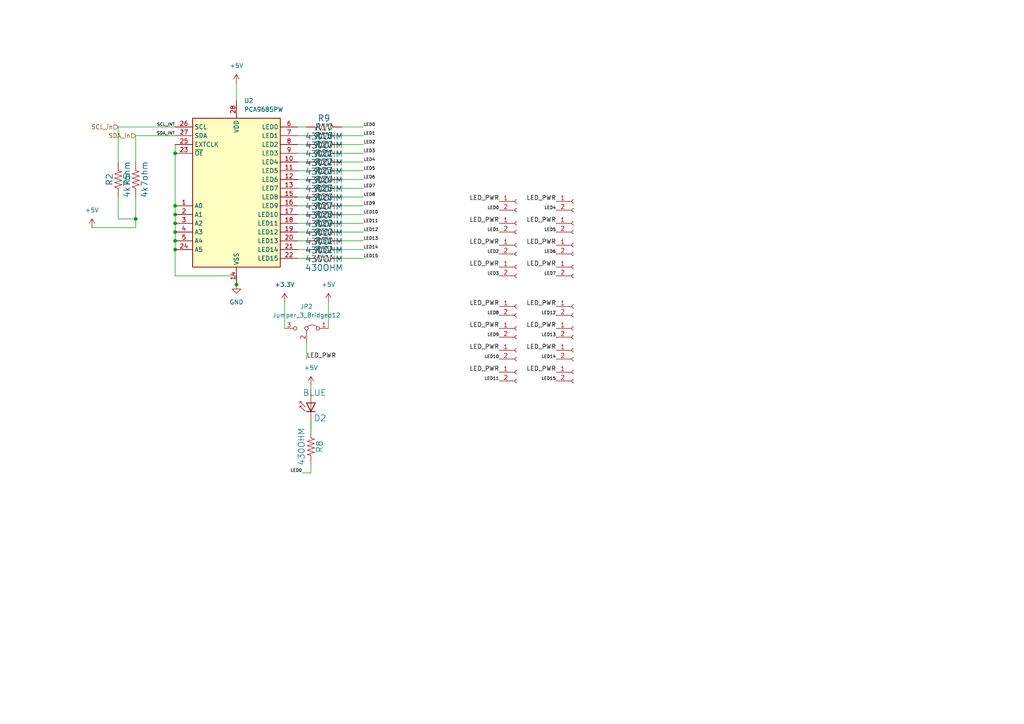
<source format=kicad_sch>
(kicad_sch
	(version 20231120)
	(generator "eeschema")
	(generator_version "8.0")
	(uuid "6a901631-ec8a-4f19-96fe-bee72f4faf9c")
	(paper "A4")
	(lib_symbols
		(symbol "Connector:Conn_01x02_Socket"
			(pin_names
				(offset 1.016) hide)
			(exclude_from_sim no)
			(in_bom yes)
			(on_board yes)
			(property "Reference" "J"
				(at 0 2.54 0)
				(effects
					(font
						(size 1.27 1.27)
					)
				)
			)
			(property "Value" "Conn_01x02_Socket"
				(at 0 -5.08 0)
				(effects
					(font
						(size 1.27 1.27)
					)
				)
			)
			(property "Footprint" ""
				(at 0 0 0)
				(effects
					(font
						(size 1.27 1.27)
					)
					(hide yes)
				)
			)
			(property "Datasheet" "~"
				(at 0 0 0)
				(effects
					(font
						(size 1.27 1.27)
					)
					(hide yes)
				)
			)
			(property "Description" "Generic connector, single row, 01x02, script generated"
				(at 0 0 0)
				(effects
					(font
						(size 1.27 1.27)
					)
					(hide yes)
				)
			)
			(property "ki_locked" ""
				(at 0 0 0)
				(effects
					(font
						(size 1.27 1.27)
					)
				)
			)
			(property "ki_keywords" "connector"
				(at 0 0 0)
				(effects
					(font
						(size 1.27 1.27)
					)
					(hide yes)
				)
			)
			(property "ki_fp_filters" "Connector*:*_1x??_*"
				(at 0 0 0)
				(effects
					(font
						(size 1.27 1.27)
					)
					(hide yes)
				)
			)
			(symbol "Conn_01x02_Socket_1_1"
				(arc
					(start 0 -2.032)
					(mid -0.5058 -2.54)
					(end 0 -3.048)
					(stroke
						(width 0.1524)
						(type default)
					)
					(fill
						(type none)
					)
				)
				(polyline
					(pts
						(xy -1.27 -2.54) (xy -0.508 -2.54)
					)
					(stroke
						(width 0.1524)
						(type default)
					)
					(fill
						(type none)
					)
				)
				(polyline
					(pts
						(xy -1.27 0) (xy -0.508 0)
					)
					(stroke
						(width 0.1524)
						(type default)
					)
					(fill
						(type none)
					)
				)
				(arc
					(start 0 0.508)
					(mid -0.5058 0)
					(end 0 -0.508)
					(stroke
						(width 0.1524)
						(type default)
					)
					(fill
						(type none)
					)
				)
				(pin passive line
					(at -5.08 0 0)
					(length 3.81)
					(name "Pin_1"
						(effects
							(font
								(size 1.27 1.27)
							)
						)
					)
					(number "1"
						(effects
							(font
								(size 1.27 1.27)
							)
						)
					)
				)
				(pin passive line
					(at -5.08 -2.54 0)
					(length 3.81)
					(name "Pin_2"
						(effects
							(font
								(size 1.27 1.27)
							)
						)
					)
					(number "2"
						(effects
							(font
								(size 1.27 1.27)
							)
						)
					)
				)
			)
		)
		(symbol "Driver_LED:PCA9685PW"
			(exclude_from_sim no)
			(in_bom yes)
			(on_board yes)
			(property "Reference" "U"
				(at -12.7 22.225 0)
				(effects
					(font
						(size 1.27 1.27)
					)
					(justify left)
				)
			)
			(property "Value" "PCA9685PW"
				(at 1.27 22.225 0)
				(effects
					(font
						(size 1.27 1.27)
					)
					(justify left)
				)
			)
			(property "Footprint" "Package_SO:TSSOP-28_4.4x9.7mm_P0.65mm"
				(at 0.635 -24.765 0)
				(effects
					(font
						(size 1.27 1.27)
					)
					(justify left)
					(hide yes)
				)
			)
			(property "Datasheet" "http://www.nxp.com/docs/en/data-sheet/PCA9685.pdf"
				(at -10.16 17.78 0)
				(effects
					(font
						(size 1.27 1.27)
					)
					(hide yes)
				)
			)
			(property "Description" "16-channel 12-bit PWM Fm+ I2C-bus LED controller RGBA TSSOP"
				(at 0 0 0)
				(effects
					(font
						(size 1.27 1.27)
					)
					(hide yes)
				)
			)
			(property "ki_keywords" "PWM LED driver I2C TSSOP"
				(at 0 0 0)
				(effects
					(font
						(size 1.27 1.27)
					)
					(hide yes)
				)
			)
			(property "ki_fp_filters" "TSSOP*4.4x9.7mm*P0.65mm*"
				(at 0 0 0)
				(effects
					(font
						(size 1.27 1.27)
					)
					(hide yes)
				)
			)
			(symbol "PCA9685PW_0_1"
				(rectangle
					(start -12.7 20.32)
					(end 12.7 -22.86)
					(stroke
						(width 0.254)
						(type default)
					)
					(fill
						(type background)
					)
				)
			)
			(symbol "PCA9685PW_1_1"
				(pin input line
					(at -17.78 -5.08 0)
					(length 5.08)
					(name "A0"
						(effects
							(font
								(size 1.27 1.27)
							)
						)
					)
					(number "1"
						(effects
							(font
								(size 1.27 1.27)
							)
						)
					)
				)
				(pin output line
					(at 17.78 7.62 180)
					(length 5.08)
					(name "LED4"
						(effects
							(font
								(size 1.27 1.27)
							)
						)
					)
					(number "10"
						(effects
							(font
								(size 1.27 1.27)
							)
						)
					)
				)
				(pin output line
					(at 17.78 5.08 180)
					(length 5.08)
					(name "LED5"
						(effects
							(font
								(size 1.27 1.27)
							)
						)
					)
					(number "11"
						(effects
							(font
								(size 1.27 1.27)
							)
						)
					)
				)
				(pin output line
					(at 17.78 2.54 180)
					(length 5.08)
					(name "LED6"
						(effects
							(font
								(size 1.27 1.27)
							)
						)
					)
					(number "12"
						(effects
							(font
								(size 1.27 1.27)
							)
						)
					)
				)
				(pin output line
					(at 17.78 0 180)
					(length 5.08)
					(name "LED7"
						(effects
							(font
								(size 1.27 1.27)
							)
						)
					)
					(number "13"
						(effects
							(font
								(size 1.27 1.27)
							)
						)
					)
				)
				(pin power_in line
					(at 0 -27.94 90)
					(length 5.08)
					(name "VSS"
						(effects
							(font
								(size 1.27 1.27)
							)
						)
					)
					(number "14"
						(effects
							(font
								(size 1.27 1.27)
							)
						)
					)
				)
				(pin output line
					(at 17.78 -2.54 180)
					(length 5.08)
					(name "LED8"
						(effects
							(font
								(size 1.27 1.27)
							)
						)
					)
					(number "15"
						(effects
							(font
								(size 1.27 1.27)
							)
						)
					)
				)
				(pin output line
					(at 17.78 -5.08 180)
					(length 5.08)
					(name "LED9"
						(effects
							(font
								(size 1.27 1.27)
							)
						)
					)
					(number "16"
						(effects
							(font
								(size 1.27 1.27)
							)
						)
					)
				)
				(pin output line
					(at 17.78 -7.62 180)
					(length 5.08)
					(name "LED10"
						(effects
							(font
								(size 1.27 1.27)
							)
						)
					)
					(number "17"
						(effects
							(font
								(size 1.27 1.27)
							)
						)
					)
				)
				(pin output line
					(at 17.78 -10.16 180)
					(length 5.08)
					(name "LED11"
						(effects
							(font
								(size 1.27 1.27)
							)
						)
					)
					(number "18"
						(effects
							(font
								(size 1.27 1.27)
							)
						)
					)
				)
				(pin output line
					(at 17.78 -12.7 180)
					(length 5.08)
					(name "LED12"
						(effects
							(font
								(size 1.27 1.27)
							)
						)
					)
					(number "19"
						(effects
							(font
								(size 1.27 1.27)
							)
						)
					)
				)
				(pin input line
					(at -17.78 -7.62 0)
					(length 5.08)
					(name "A1"
						(effects
							(font
								(size 1.27 1.27)
							)
						)
					)
					(number "2"
						(effects
							(font
								(size 1.27 1.27)
							)
						)
					)
				)
				(pin output line
					(at 17.78 -15.24 180)
					(length 5.08)
					(name "LED13"
						(effects
							(font
								(size 1.27 1.27)
							)
						)
					)
					(number "20"
						(effects
							(font
								(size 1.27 1.27)
							)
						)
					)
				)
				(pin output line
					(at 17.78 -17.78 180)
					(length 5.08)
					(name "LED14"
						(effects
							(font
								(size 1.27 1.27)
							)
						)
					)
					(number "21"
						(effects
							(font
								(size 1.27 1.27)
							)
						)
					)
				)
				(pin output line
					(at 17.78 -20.32 180)
					(length 5.08)
					(name "LED15"
						(effects
							(font
								(size 1.27 1.27)
							)
						)
					)
					(number "22"
						(effects
							(font
								(size 1.27 1.27)
							)
						)
					)
				)
				(pin input line
					(at -17.78 10.16 0)
					(length 5.08)
					(name "~{OE}"
						(effects
							(font
								(size 1.27 1.27)
							)
						)
					)
					(number "23"
						(effects
							(font
								(size 1.27 1.27)
							)
						)
					)
				)
				(pin input line
					(at -17.78 -17.78 0)
					(length 5.08)
					(name "A5"
						(effects
							(font
								(size 1.27 1.27)
							)
						)
					)
					(number "24"
						(effects
							(font
								(size 1.27 1.27)
							)
						)
					)
				)
				(pin input line
					(at -17.78 12.7 0)
					(length 5.08)
					(name "EXTCLK"
						(effects
							(font
								(size 1.27 1.27)
							)
						)
					)
					(number "25"
						(effects
							(font
								(size 1.27 1.27)
							)
						)
					)
				)
				(pin input line
					(at -17.78 17.78 0)
					(length 5.08)
					(name "SCL"
						(effects
							(font
								(size 1.27 1.27)
							)
						)
					)
					(number "26"
						(effects
							(font
								(size 1.27 1.27)
							)
						)
					)
				)
				(pin bidirectional line
					(at -17.78 15.24 0)
					(length 5.08)
					(name "SDA"
						(effects
							(font
								(size 1.27 1.27)
							)
						)
					)
					(number "27"
						(effects
							(font
								(size 1.27 1.27)
							)
						)
					)
				)
				(pin power_in line
					(at 0 25.4 270)
					(length 5.08)
					(name "VDD"
						(effects
							(font
								(size 1.27 1.27)
							)
						)
					)
					(number "28"
						(effects
							(font
								(size 1.27 1.27)
							)
						)
					)
				)
				(pin input line
					(at -17.78 -10.16 0)
					(length 5.08)
					(name "A2"
						(effects
							(font
								(size 1.27 1.27)
							)
						)
					)
					(number "3"
						(effects
							(font
								(size 1.27 1.27)
							)
						)
					)
				)
				(pin input line
					(at -17.78 -12.7 0)
					(length 5.08)
					(name "A3"
						(effects
							(font
								(size 1.27 1.27)
							)
						)
					)
					(number "4"
						(effects
							(font
								(size 1.27 1.27)
							)
						)
					)
				)
				(pin input line
					(at -17.78 -15.24 0)
					(length 5.08)
					(name "A4"
						(effects
							(font
								(size 1.27 1.27)
							)
						)
					)
					(number "5"
						(effects
							(font
								(size 1.27 1.27)
							)
						)
					)
				)
				(pin output line
					(at 17.78 17.78 180)
					(length 5.08)
					(name "LED0"
						(effects
							(font
								(size 1.27 1.27)
							)
						)
					)
					(number "6"
						(effects
							(font
								(size 1.27 1.27)
							)
						)
					)
				)
				(pin output line
					(at 17.78 15.24 180)
					(length 5.08)
					(name "LED1"
						(effects
							(font
								(size 1.27 1.27)
							)
						)
					)
					(number "7"
						(effects
							(font
								(size 1.27 1.27)
							)
						)
					)
				)
				(pin output line
					(at 17.78 12.7 180)
					(length 5.08)
					(name "LED2"
						(effects
							(font
								(size 1.27 1.27)
							)
						)
					)
					(number "8"
						(effects
							(font
								(size 1.27 1.27)
							)
						)
					)
				)
				(pin output line
					(at 17.78 10.16 180)
					(length 5.08)
					(name "LED3"
						(effects
							(font
								(size 1.27 1.27)
							)
						)
					)
					(number "9"
						(effects
							(font
								(size 1.27 1.27)
							)
						)
					)
				)
			)
		)
		(symbol "Jumper:Jumper_3_Bridged12"
			(pin_names
				(offset 0) hide)
			(exclude_from_sim no)
			(in_bom yes)
			(on_board yes)
			(property "Reference" "JP"
				(at -2.54 -2.54 0)
				(effects
					(font
						(size 1.27 1.27)
					)
				)
			)
			(property "Value" "Jumper_3_Bridged12"
				(at 0 2.794 0)
				(effects
					(font
						(size 1.27 1.27)
					)
				)
			)
			(property "Footprint" ""
				(at 0 0 0)
				(effects
					(font
						(size 1.27 1.27)
					)
					(hide yes)
				)
			)
			(property "Datasheet" "~"
				(at 0 0 0)
				(effects
					(font
						(size 1.27 1.27)
					)
					(hide yes)
				)
			)
			(property "Description" "Jumper, 3-pole, pins 1+2 closed/bridged"
				(at 0 0 0)
				(effects
					(font
						(size 1.27 1.27)
					)
					(hide yes)
				)
			)
			(property "ki_keywords" "Jumper SPDT"
				(at 0 0 0)
				(effects
					(font
						(size 1.27 1.27)
					)
					(hide yes)
				)
			)
			(property "ki_fp_filters" "Jumper* TestPoint*3Pads* TestPoint*Bridge*"
				(at 0 0 0)
				(effects
					(font
						(size 1.27 1.27)
					)
					(hide yes)
				)
			)
			(symbol "Jumper_3_Bridged12_0_0"
				(circle
					(center -3.302 0)
					(radius 0.508)
					(stroke
						(width 0)
						(type default)
					)
					(fill
						(type none)
					)
				)
				(circle
					(center 0 0)
					(radius 0.508)
					(stroke
						(width 0)
						(type default)
					)
					(fill
						(type none)
					)
				)
				(circle
					(center 3.302 0)
					(radius 0.508)
					(stroke
						(width 0)
						(type default)
					)
					(fill
						(type none)
					)
				)
			)
			(symbol "Jumper_3_Bridged12_0_1"
				(arc
					(start -0.254 0.508)
					(mid -1.651 0.9912)
					(end -3.048 0.508)
					(stroke
						(width 0)
						(type default)
					)
					(fill
						(type none)
					)
				)
				(polyline
					(pts
						(xy 0 -1.27) (xy 0 -0.508)
					)
					(stroke
						(width 0)
						(type default)
					)
					(fill
						(type none)
					)
				)
			)
			(symbol "Jumper_3_Bridged12_1_1"
				(pin passive line
					(at -6.35 0 0)
					(length 2.54)
					(name "A"
						(effects
							(font
								(size 1.27 1.27)
							)
						)
					)
					(number "1"
						(effects
							(font
								(size 1.27 1.27)
							)
						)
					)
				)
				(pin passive line
					(at 0 -3.81 90)
					(length 2.54)
					(name "C"
						(effects
							(font
								(size 1.27 1.27)
							)
						)
					)
					(number "2"
						(effects
							(font
								(size 1.27 1.27)
							)
						)
					)
				)
				(pin passive line
					(at 6.35 0 180)
					(length 2.54)
					(name "B"
						(effects
							(font
								(size 1.27 1.27)
							)
						)
					)
					(number "3"
						(effects
							(font
								(size 1.27 1.27)
							)
						)
					)
				)
			)
		)
		(symbol "LED:LD271"
			(pin_numbers hide)
			(pin_names
				(offset 1.016) hide)
			(exclude_from_sim no)
			(in_bom yes)
			(on_board yes)
			(property "Reference" "D"
				(at 0.508 1.778 0)
				(effects
					(font
						(size 1.27 1.27)
					)
					(justify left)
				)
			)
			(property "Value" "LD271"
				(at -1.016 -2.794 0)
				(effects
					(font
						(size 1.27 1.27)
					)
				)
			)
			(property "Footprint" "LED_THT:LED_D5.0mm_IRGrey"
				(at 0 4.445 0)
				(effects
					(font
						(size 1.27 1.27)
					)
					(hide yes)
				)
			)
			(property "Datasheet" "http://www.alliedelec.com/m/d/40788c34903a719969df15f1fbea1056.pdf"
				(at -1.27 0 0)
				(effects
					(font
						(size 1.27 1.27)
					)
					(hide yes)
				)
			)
			(property "Description" "940nm IR-LED, 5mm"
				(at 0 0 0)
				(effects
					(font
						(size 1.27 1.27)
					)
					(hide yes)
				)
			)
			(property "ki_keywords" "IR LED"
				(at 0 0 0)
				(effects
					(font
						(size 1.27 1.27)
					)
					(hide yes)
				)
			)
			(property "ki_fp_filters" "LED*5.0mm*IRGrey*"
				(at 0 0 0)
				(effects
					(font
						(size 1.27 1.27)
					)
					(hide yes)
				)
			)
			(symbol "LD271_0_1"
				(polyline
					(pts
						(xy -2.54 1.27) (xy -2.54 -1.27)
					)
					(stroke
						(width 0.254)
						(type default)
					)
					(fill
						(type none)
					)
				)
				(polyline
					(pts
						(xy 0 0) (xy -2.54 0)
					)
					(stroke
						(width 0)
						(type default)
					)
					(fill
						(type none)
					)
				)
				(polyline
					(pts
						(xy 0.381 3.175) (xy -0.127 3.175)
					)
					(stroke
						(width 0)
						(type default)
					)
					(fill
						(type none)
					)
				)
				(polyline
					(pts
						(xy -1.143 1.651) (xy 0.381 3.175) (xy 0.381 2.667)
					)
					(stroke
						(width 0)
						(type default)
					)
					(fill
						(type none)
					)
				)
				(polyline
					(pts
						(xy 0 -1.27) (xy -2.54 0) (xy 0 1.27) (xy 0 -1.27)
					)
					(stroke
						(width 0.254)
						(type default)
					)
					(fill
						(type none)
					)
				)
				(polyline
					(pts
						(xy -2.413 1.651) (xy -0.889 3.175) (xy -0.889 2.667) (xy -0.889 3.175) (xy -1.397 3.175)
					)
					(stroke
						(width 0)
						(type default)
					)
					(fill
						(type none)
					)
				)
			)
			(symbol "LD271_1_1"
				(pin passive line
					(at -5.08 0 0)
					(length 2.54)
					(name "K"
						(effects
							(font
								(size 1.27 1.27)
							)
						)
					)
					(number "1"
						(effects
							(font
								(size 1.27 1.27)
							)
						)
					)
				)
				(pin passive line
					(at 2.54 0 180)
					(length 2.54)
					(name "A"
						(effects
							(font
								(size 1.27 1.27)
							)
						)
					)
					(number "2"
						(effects
							(font
								(size 1.27 1.27)
							)
						)
					)
				)
			)
		)
		(symbol "SparkFun_Qwiic_Micro_SAMD21E-eagle-import:10KOHM-0402-1/16W-1%"
			(exclude_from_sim no)
			(in_bom yes)
			(on_board yes)
			(property "Reference" "R"
				(at 0 1.524 0)
				(effects
					(font
						(size 1.778 1.778)
					)
					(justify bottom)
				)
			)
			(property "Value" ""
				(at 0 -1.524 0)
				(effects
					(font
						(size 1.778 1.778)
					)
					(justify top)
				)
			)
			(property "Footprint" "SparkFun_Qwiic_Micro_SAMD21E:0402"
				(at 0 0 0)
				(effects
					(font
						(size 1.27 1.27)
					)
					(hide yes)
				)
			)
			(property "Datasheet" ""
				(at 0 0 0)
				(effects
					(font
						(size 1.27 1.27)
					)
					(hide yes)
				)
			)
			(property "Description" ""
				(at 0 0 0)
				(effects
					(font
						(size 1.27 1.27)
					)
					(hide yes)
				)
			)
			(property "ki_locked" ""
				(at 0 0 0)
				(effects
					(font
						(size 1.27 1.27)
					)
				)
			)
			(symbol "10KOHM-0402-1/16W-1%_1_0"
				(polyline
					(pts
						(xy -2.54 0) (xy -2.159 1.016)
					)
					(stroke
						(width 0.1524)
						(type solid)
					)
					(fill
						(type none)
					)
				)
				(polyline
					(pts
						(xy -2.159 1.016) (xy -1.524 -1.016)
					)
					(stroke
						(width 0.1524)
						(type solid)
					)
					(fill
						(type none)
					)
				)
				(polyline
					(pts
						(xy -1.524 -1.016) (xy -0.889 1.016)
					)
					(stroke
						(width 0.1524)
						(type solid)
					)
					(fill
						(type none)
					)
				)
				(polyline
					(pts
						(xy -0.889 1.016) (xy -0.254 -1.016)
					)
					(stroke
						(width 0.1524)
						(type solid)
					)
					(fill
						(type none)
					)
				)
				(polyline
					(pts
						(xy -0.254 -1.016) (xy 0.381 1.016)
					)
					(stroke
						(width 0.1524)
						(type solid)
					)
					(fill
						(type none)
					)
				)
				(polyline
					(pts
						(xy 0.381 1.016) (xy 1.016 -1.016)
					)
					(stroke
						(width 0.1524)
						(type solid)
					)
					(fill
						(type none)
					)
				)
				(polyline
					(pts
						(xy 1.016 -1.016) (xy 1.651 1.016)
					)
					(stroke
						(width 0.1524)
						(type solid)
					)
					(fill
						(type none)
					)
				)
				(polyline
					(pts
						(xy 1.651 1.016) (xy 2.286 -1.016)
					)
					(stroke
						(width 0.1524)
						(type solid)
					)
					(fill
						(type none)
					)
				)
				(polyline
					(pts
						(xy 2.286 -1.016) (xy 2.54 0)
					)
					(stroke
						(width 0.1524)
						(type solid)
					)
					(fill
						(type none)
					)
				)
				(pin passive line
					(at -5.08 0 0)
					(length 2.54)
					(name "1"
						(effects
							(font
								(size 0 0)
							)
						)
					)
					(number "1"
						(effects
							(font
								(size 0 0)
							)
						)
					)
				)
				(pin passive line
					(at 5.08 0 180)
					(length 2.54)
					(name "2"
						(effects
							(font
								(size 0 0)
							)
						)
					)
					(number "2"
						(effects
							(font
								(size 0 0)
							)
						)
					)
				)
			)
		)
		(symbol "SparkFun_Qwiic_Micro_SAMD21E-eagle-import:1KOHM-0402-1/16W-1%"
			(exclude_from_sim no)
			(in_bom yes)
			(on_board yes)
			(property "Reference" "R"
				(at 0 1.524 0)
				(effects
					(font
						(size 1.778 1.778)
					)
					(justify bottom)
				)
			)
			(property "Value" ""
				(at 0 -1.524 0)
				(effects
					(font
						(size 1.778 1.778)
					)
					(justify top)
				)
			)
			(property "Footprint" "SparkFun_Qwiic_Micro_SAMD21E:0402"
				(at 0 0 0)
				(effects
					(font
						(size 1.27 1.27)
					)
					(hide yes)
				)
			)
			(property "Datasheet" ""
				(at 0 0 0)
				(effects
					(font
						(size 1.27 1.27)
					)
					(hide yes)
				)
			)
			(property "Description" ""
				(at 0 0 0)
				(effects
					(font
						(size 1.27 1.27)
					)
					(hide yes)
				)
			)
			(property "ki_locked" ""
				(at 0 0 0)
				(effects
					(font
						(size 1.27 1.27)
					)
				)
			)
			(symbol "1KOHM-0402-1/16W-1%_1_0"
				(polyline
					(pts
						(xy -2.54 0) (xy -2.159 1.016)
					)
					(stroke
						(width 0.1524)
						(type solid)
					)
					(fill
						(type none)
					)
				)
				(polyline
					(pts
						(xy -2.159 1.016) (xy -1.524 -1.016)
					)
					(stroke
						(width 0.1524)
						(type solid)
					)
					(fill
						(type none)
					)
				)
				(polyline
					(pts
						(xy -1.524 -1.016) (xy -0.889 1.016)
					)
					(stroke
						(width 0.1524)
						(type solid)
					)
					(fill
						(type none)
					)
				)
				(polyline
					(pts
						(xy -0.889 1.016) (xy -0.254 -1.016)
					)
					(stroke
						(width 0.1524)
						(type solid)
					)
					(fill
						(type none)
					)
				)
				(polyline
					(pts
						(xy -0.254 -1.016) (xy 0.381 1.016)
					)
					(stroke
						(width 0.1524)
						(type solid)
					)
					(fill
						(type none)
					)
				)
				(polyline
					(pts
						(xy 0.381 1.016) (xy 1.016 -1.016)
					)
					(stroke
						(width 0.1524)
						(type solid)
					)
					(fill
						(type none)
					)
				)
				(polyline
					(pts
						(xy 1.016 -1.016) (xy 1.651 1.016)
					)
					(stroke
						(width 0.1524)
						(type solid)
					)
					(fill
						(type none)
					)
				)
				(polyline
					(pts
						(xy 1.651 1.016) (xy 2.286 -1.016)
					)
					(stroke
						(width 0.1524)
						(type solid)
					)
					(fill
						(type none)
					)
				)
				(polyline
					(pts
						(xy 2.286 -1.016) (xy 2.54 0)
					)
					(stroke
						(width 0.1524)
						(type solid)
					)
					(fill
						(type none)
					)
				)
				(pin passive line
					(at -5.08 0 0)
					(length 2.54)
					(name "1"
						(effects
							(font
								(size 0 0)
							)
						)
					)
					(number "1"
						(effects
							(font
								(size 0 0)
							)
						)
					)
				)
				(pin passive line
					(at 5.08 0 180)
					(length 2.54)
					(name "2"
						(effects
							(font
								(size 0 0)
							)
						)
					)
					(number "2"
						(effects
							(font
								(size 0 0)
							)
						)
					)
				)
			)
		)
		(symbol "power:+3.3V"
			(power)
			(pin_names
				(offset 0)
			)
			(exclude_from_sim no)
			(in_bom yes)
			(on_board yes)
			(property "Reference" "#PWR"
				(at 0 -3.81 0)
				(effects
					(font
						(size 1.27 1.27)
					)
					(hide yes)
				)
			)
			(property "Value" "+3.3V"
				(at 0 3.556 0)
				(effects
					(font
						(size 1.27 1.27)
					)
				)
			)
			(property "Footprint" ""
				(at 0 0 0)
				(effects
					(font
						(size 1.27 1.27)
					)
					(hide yes)
				)
			)
			(property "Datasheet" ""
				(at 0 0 0)
				(effects
					(font
						(size 1.27 1.27)
					)
					(hide yes)
				)
			)
			(property "Description" "Power symbol creates a global label with name \"+3.3V\""
				(at 0 0 0)
				(effects
					(font
						(size 1.27 1.27)
					)
					(hide yes)
				)
			)
			(property "ki_keywords" "global power"
				(at 0 0 0)
				(effects
					(font
						(size 1.27 1.27)
					)
					(hide yes)
				)
			)
			(symbol "+3.3V_0_1"
				(polyline
					(pts
						(xy -0.762 1.27) (xy 0 2.54)
					)
					(stroke
						(width 0)
						(type default)
					)
					(fill
						(type none)
					)
				)
				(polyline
					(pts
						(xy 0 0) (xy 0 2.54)
					)
					(stroke
						(width 0)
						(type default)
					)
					(fill
						(type none)
					)
				)
				(polyline
					(pts
						(xy 0 2.54) (xy 0.762 1.27)
					)
					(stroke
						(width 0)
						(type default)
					)
					(fill
						(type none)
					)
				)
			)
			(symbol "+3.3V_1_1"
				(pin power_in line
					(at 0 0 90)
					(length 0) hide
					(name "+3.3V"
						(effects
							(font
								(size 1.27 1.27)
							)
						)
					)
					(number "1"
						(effects
							(font
								(size 1.27 1.27)
							)
						)
					)
				)
			)
		)
		(symbol "power:+5V"
			(power)
			(pin_names
				(offset 0)
			)
			(exclude_from_sim no)
			(in_bom yes)
			(on_board yes)
			(property "Reference" "#PWR"
				(at 0 -3.81 0)
				(effects
					(font
						(size 1.27 1.27)
					)
					(hide yes)
				)
			)
			(property "Value" "+5V"
				(at 0 3.556 0)
				(effects
					(font
						(size 1.27 1.27)
					)
				)
			)
			(property "Footprint" ""
				(at 0 0 0)
				(effects
					(font
						(size 1.27 1.27)
					)
					(hide yes)
				)
			)
			(property "Datasheet" ""
				(at 0 0 0)
				(effects
					(font
						(size 1.27 1.27)
					)
					(hide yes)
				)
			)
			(property "Description" "Power symbol creates a global label with name \"+5V\""
				(at 0 0 0)
				(effects
					(font
						(size 1.27 1.27)
					)
					(hide yes)
				)
			)
			(property "ki_keywords" "global power"
				(at 0 0 0)
				(effects
					(font
						(size 1.27 1.27)
					)
					(hide yes)
				)
			)
			(symbol "+5V_0_1"
				(polyline
					(pts
						(xy -0.762 1.27) (xy 0 2.54)
					)
					(stroke
						(width 0)
						(type default)
					)
					(fill
						(type none)
					)
				)
				(polyline
					(pts
						(xy 0 0) (xy 0 2.54)
					)
					(stroke
						(width 0)
						(type default)
					)
					(fill
						(type none)
					)
				)
				(polyline
					(pts
						(xy 0 2.54) (xy 0.762 1.27)
					)
					(stroke
						(width 0)
						(type default)
					)
					(fill
						(type none)
					)
				)
			)
			(symbol "+5V_1_1"
				(pin power_in line
					(at 0 0 90)
					(length 0) hide
					(name "+5V"
						(effects
							(font
								(size 1.27 1.27)
							)
						)
					)
					(number "1"
						(effects
							(font
								(size 1.27 1.27)
							)
						)
					)
				)
			)
		)
		(symbol "power:GND"
			(power)
			(pin_names
				(offset 0)
			)
			(exclude_from_sim no)
			(in_bom yes)
			(on_board yes)
			(property "Reference" "#PWR"
				(at 0 -6.35 0)
				(effects
					(font
						(size 1.27 1.27)
					)
					(hide yes)
				)
			)
			(property "Value" "GND"
				(at 0 -3.81 0)
				(effects
					(font
						(size 1.27 1.27)
					)
				)
			)
			(property "Footprint" ""
				(at 0 0 0)
				(effects
					(font
						(size 1.27 1.27)
					)
					(hide yes)
				)
			)
			(property "Datasheet" ""
				(at 0 0 0)
				(effects
					(font
						(size 1.27 1.27)
					)
					(hide yes)
				)
			)
			(property "Description" "Power symbol creates a global label with name \"GND\" , ground"
				(at 0 0 0)
				(effects
					(font
						(size 1.27 1.27)
					)
					(hide yes)
				)
			)
			(property "ki_keywords" "global power"
				(at 0 0 0)
				(effects
					(font
						(size 1.27 1.27)
					)
					(hide yes)
				)
			)
			(symbol "GND_0_1"
				(polyline
					(pts
						(xy 0 0) (xy 0 -1.27) (xy 1.27 -1.27) (xy 0 -2.54) (xy -1.27 -1.27) (xy 0 -1.27)
					)
					(stroke
						(width 0)
						(type default)
					)
					(fill
						(type none)
					)
				)
			)
			(symbol "GND_1_1"
				(pin power_in line
					(at 0 0 270)
					(length 0) hide
					(name "GND"
						(effects
							(font
								(size 1.27 1.27)
							)
						)
					)
					(number "1"
						(effects
							(font
								(size 1.27 1.27)
							)
						)
					)
				)
			)
		)
	)
	(junction
		(at 39.37 63.5)
		(diameter 0)
		(color 0 0 0 0)
		(uuid "007eb9aa-e0df-4f75-be64-d72fe6301aba")
	)
	(junction
		(at 50.8 72.39)
		(diameter 0)
		(color 0 0 0 0)
		(uuid "33a8bc69-f394-435e-889b-514fa8fa65ed")
	)
	(junction
		(at 50.8 59.69)
		(diameter 0)
		(color 0 0 0 0)
		(uuid "8bdf0112-b25b-46e8-9624-7162dfa16139")
	)
	(junction
		(at 50.8 69.85)
		(diameter 0)
		(color 0 0 0 0)
		(uuid "8edcc746-8692-4426-bc36-49356da93546")
	)
	(junction
		(at 50.8 67.31)
		(diameter 0)
		(color 0 0 0 0)
		(uuid "941cd2b3-5f29-4bf1-bb8a-618fe9502291")
	)
	(junction
		(at 50.8 64.77)
		(diameter 0)
		(color 0 0 0 0)
		(uuid "b0cc3510-4aa9-4a3e-ab4a-24f99143a909")
	)
	(junction
		(at 68.58 82.55)
		(diameter 0)
		(color 0 0 0 0)
		(uuid "ce330500-53a2-4080-ac55-bab4e45d6207")
	)
	(junction
		(at 50.8 44.45)
		(diameter 0)
		(color 0 0 0 0)
		(uuid "f22adb71-ffcf-4e62-85cb-27edf80d2eb1")
	)
	(junction
		(at 50.8 62.23)
		(diameter 0)
		(color 0 0 0 0)
		(uuid "f49ecaff-dc27-48ec-b788-2ce3ef7c2855")
	)
	(wire
		(pts
			(xy 88.9 44.45) (xy 86.36 44.45)
		)
		(stroke
			(width 0)
			(type default)
		)
		(uuid "00002b5b-c100-4c96-b5c3-c8e9e64b400a")
	)
	(wire
		(pts
			(xy 88.9 69.85) (xy 86.36 69.85)
		)
		(stroke
			(width 0)
			(type default)
		)
		(uuid "034b928e-f4ca-4e41-bee5-61c9daff2419")
	)
	(wire
		(pts
			(xy 88.9 64.77) (xy 86.36 64.77)
		)
		(stroke
			(width 0)
			(type default)
		)
		(uuid "04c4d031-564a-492e-aaf5-ceed39954b8c")
	)
	(wire
		(pts
			(xy 50.8 59.69) (xy 50.8 62.23)
		)
		(stroke
			(width 0)
			(type default)
		)
		(uuid "0b48a85a-d0d6-4808-b4bc-3550a189ca7d")
	)
	(wire
		(pts
			(xy 39.37 57.15) (xy 39.37 63.5)
		)
		(stroke
			(width 0)
			(type default)
		)
		(uuid "0b94634f-1e88-4009-acad-a60f23a47733")
	)
	(wire
		(pts
			(xy 88.9 49.53) (xy 86.36 49.53)
		)
		(stroke
			(width 0)
			(type default)
		)
		(uuid "19d6c23e-de60-4dfb-9811-56dd69bf506f")
	)
	(wire
		(pts
			(xy 105.41 74.93) (xy 99.06 74.93)
		)
		(stroke
			(width 0)
			(type default)
		)
		(uuid "1a3ab1b6-42fe-4915-b8ba-7bfda36f65de")
	)
	(wire
		(pts
			(xy 105.41 41.91) (xy 99.06 41.91)
		)
		(stroke
			(width 0)
			(type default)
		)
		(uuid "1dee9b95-d368-410c-b800-30885661a86e")
	)
	(wire
		(pts
			(xy 39.37 39.37) (xy 39.37 46.99)
		)
		(stroke
			(width 0)
			(type default)
		)
		(uuid "2345580b-039d-4a0b-8406-299a5b3c2a63")
	)
	(wire
		(pts
			(xy 105.41 54.61) (xy 99.06 54.61)
		)
		(stroke
			(width 0)
			(type default)
		)
		(uuid "2381cab7-c24f-4a7a-85bf-c2f54b126313")
	)
	(wire
		(pts
			(xy 88.9 74.93) (xy 86.36 74.93)
		)
		(stroke
			(width 0)
			(type default)
		)
		(uuid "24c68774-f487-4981-bbd1-1b396e200f3f")
	)
	(wire
		(pts
			(xy 50.8 44.45) (xy 50.8 59.69)
		)
		(stroke
			(width 0)
			(type default)
		)
		(uuid "25404fa2-e3b2-42d2-aa74-1a4b959e1958")
	)
	(wire
		(pts
			(xy 105.41 44.45) (xy 99.06 44.45)
		)
		(stroke
			(width 0)
			(type default)
		)
		(uuid "2c60cc39-c932-4622-b9b4-47262e81fc5b")
	)
	(wire
		(pts
			(xy 105.41 49.53) (xy 99.06 49.53)
		)
		(stroke
			(width 0)
			(type default)
		)
		(uuid "2cc99ddb-e7b7-403e-9c1d-5127241dd12c")
	)
	(wire
		(pts
			(xy 34.29 57.15) (xy 34.29 63.5)
		)
		(stroke
			(width 0)
			(type default)
		)
		(uuid "329a7842-9649-46ac-990a-a5e295669fab")
	)
	(wire
		(pts
			(xy 105.41 39.37) (xy 99.06 39.37)
		)
		(stroke
			(width 0)
			(type default)
		)
		(uuid "3b6def47-0afd-4545-9340-16370afd8de8")
	)
	(wire
		(pts
			(xy 50.8 67.31) (xy 50.8 69.85)
		)
		(stroke
			(width 0)
			(type default)
		)
		(uuid "436b20a7-e679-40df-8c6d-3cda85a9b886")
	)
	(wire
		(pts
			(xy 68.58 80.01) (xy 68.58 82.55)
		)
		(stroke
			(width 0)
			(type default)
		)
		(uuid "4bb2cd15-eae1-4065-a0c5-6e416637037e")
	)
	(wire
		(pts
			(xy 88.9 62.23) (xy 86.36 62.23)
		)
		(stroke
			(width 0)
			(type default)
		)
		(uuid "5426f918-8c0a-4877-9d06-7aeb0c140337")
	)
	(wire
		(pts
			(xy 105.41 69.85) (xy 99.06 69.85)
		)
		(stroke
			(width 0)
			(type default)
		)
		(uuid "5de89f19-d447-48b8-96e9-e0adcf8bbdb7")
	)
	(wire
		(pts
			(xy 50.8 41.91) (xy 50.8 44.45)
		)
		(stroke
			(width 0)
			(type default)
		)
		(uuid "6610b804-e0e7-4638-b582-de12e4427e36")
	)
	(wire
		(pts
			(xy 88.9 99.06) (xy 88.9 104.14)
		)
		(stroke
			(width 0)
			(type default)
		)
		(uuid "68ed8e6b-591b-41e0-a6c6-36055133074c")
	)
	(wire
		(pts
			(xy 105.41 46.99) (xy 99.06 46.99)
		)
		(stroke
			(width 0)
			(type default)
		)
		(uuid "6cf9556b-c2fa-49da-8b4d-139228287dca")
	)
	(wire
		(pts
			(xy 88.9 54.61) (xy 86.36 54.61)
		)
		(stroke
			(width 0)
			(type default)
		)
		(uuid "763c5e84-4781-4e7d-932d-330894136395")
	)
	(wire
		(pts
			(xy 34.29 36.83) (xy 34.29 46.99)
		)
		(stroke
			(width 0)
			(type default)
		)
		(uuid "76683093-3b73-40ac-a87f-e8ecd3f93211")
	)
	(wire
		(pts
			(xy 88.9 59.69) (xy 86.36 59.69)
		)
		(stroke
			(width 0)
			(type default)
		)
		(uuid "782edf8d-24e4-479e-9ea1-4f777d400ac1")
	)
	(wire
		(pts
			(xy 90.17 121.92) (xy 90.17 124.46)
		)
		(stroke
			(width 0)
			(type default)
		)
		(uuid "7b3772a1-f830-4a60-804b-0d47ed87cd42")
	)
	(wire
		(pts
			(xy 88.9 67.31) (xy 86.36 67.31)
		)
		(stroke
			(width 0)
			(type default)
		)
		(uuid "7e6601b4-98b5-4b92-9627-fff57eef8f58")
	)
	(wire
		(pts
			(xy 105.41 72.39) (xy 99.06 72.39)
		)
		(stroke
			(width 0)
			(type default)
		)
		(uuid "85747b13-9486-4151-a805-a2870f888fc1")
	)
	(wire
		(pts
			(xy 50.8 62.23) (xy 50.8 64.77)
		)
		(stroke
			(width 0)
			(type default)
		)
		(uuid "885d0bf9-38d9-4848-be53-f0ad4cf5e733")
	)
	(wire
		(pts
			(xy 105.41 57.15) (xy 99.06 57.15)
		)
		(stroke
			(width 0)
			(type default)
		)
		(uuid "8a2a01c1-850a-4335-bf1f-4c752f562cc7")
	)
	(wire
		(pts
			(xy 105.41 52.07) (xy 99.06 52.07)
		)
		(stroke
			(width 0)
			(type default)
		)
		(uuid "8a307c28-3593-41f4-9a9d-4e0d346d0c6e")
	)
	(wire
		(pts
			(xy 105.41 67.31) (xy 99.06 67.31)
		)
		(stroke
			(width 0)
			(type default)
		)
		(uuid "8b365375-6c6c-4c77-b394-a17bd9776ce0")
	)
	(wire
		(pts
			(xy 50.8 69.85) (xy 50.8 72.39)
		)
		(stroke
			(width 0)
			(type default)
		)
		(uuid "8d2802da-a15d-44c5-a221-25c041a54f8a")
	)
	(wire
		(pts
			(xy 50.8 72.39) (xy 50.8 80.01)
		)
		(stroke
			(width 0)
			(type default)
		)
		(uuid "965482af-08cd-4c32-a1e6-b47f0c91106a")
	)
	(wire
		(pts
			(xy 90.17 134.62) (xy 90.17 137.16)
		)
		(stroke
			(width 0.1524)
			(type solid)
		)
		(uuid "9873559c-df8e-496c-8fe3-d5aca3781841")
	)
	(wire
		(pts
			(xy 105.41 59.69) (xy 99.06 59.69)
		)
		(stroke
			(width 0)
			(type default)
		)
		(uuid "9a3200f7-c453-4206-927b-3f1678308a86")
	)
	(wire
		(pts
			(xy 88.9 72.39) (xy 86.36 72.39)
		)
		(stroke
			(width 0)
			(type default)
		)
		(uuid "9d40115f-d288-4484-b28a-5534c58e508c")
	)
	(wire
		(pts
			(xy 90.17 114.3) (xy 90.17 111.76)
		)
		(stroke
			(width 0.1524)
			(type solid)
		)
		(uuid "9eea96c4-4c8d-43bd-8157-4ec8e6bdd76f")
	)
	(wire
		(pts
			(xy 88.9 52.07) (xy 86.36 52.07)
		)
		(stroke
			(width 0)
			(type default)
		)
		(uuid "a94205b4-8747-4169-a887-c510144c1765")
	)
	(wire
		(pts
			(xy 90.17 121.92) (xy 90.17 124.46)
		)
		(stroke
			(width 0.1524)
			(type solid)
		)
		(uuid "b4d85dda-57d4-4f6f-aab5-b5ebe9b7c23f")
	)
	(wire
		(pts
			(xy 50.8 80.01) (xy 68.58 80.01)
		)
		(stroke
			(width 0)
			(type default)
		)
		(uuid "b5aae23b-07ed-42c7-a1c9-4e64ba98d085")
	)
	(wire
		(pts
			(xy 88.9 39.37) (xy 86.36 39.37)
		)
		(stroke
			(width 0)
			(type default)
		)
		(uuid "b6293223-0ebe-45f5-9646-8933591453e1")
	)
	(wire
		(pts
			(xy 90.17 137.16) (xy 87.63 137.16)
		)
		(stroke
			(width 0.1524)
			(type solid)
		)
		(uuid "bb2b7611-413a-4a12-8217-9ecb7a158db9")
	)
	(wire
		(pts
			(xy 39.37 66.04) (xy 39.37 63.5)
		)
		(stroke
			(width 0)
			(type default)
		)
		(uuid "bba7c8bf-a888-41b9-9813-e6762b9dca18")
	)
	(wire
		(pts
			(xy 50.8 64.77) (xy 50.8 67.31)
		)
		(stroke
			(width 0)
			(type default)
		)
		(uuid "c15cf3c2-fe30-4789-8872-f416f5a8fb91")
	)
	(wire
		(pts
			(xy 95.25 87.63) (xy 95.25 95.25)
		)
		(stroke
			(width 0)
			(type default)
		)
		(uuid "c5bc260d-aec5-44c9-a2b4-fd765845ba93")
	)
	(wire
		(pts
			(xy 34.29 63.5) (xy 39.37 63.5)
		)
		(stroke
			(width 0)
			(type default)
		)
		(uuid "c6f529ba-8896-44ce-8834-3496cb22a82e")
	)
	(wire
		(pts
			(xy 105.41 62.23) (xy 99.06 62.23)
		)
		(stroke
			(width 0)
			(type default)
		)
		(uuid "d02a291d-4556-49a2-a7a5-b26a20eff47e")
	)
	(wire
		(pts
			(xy 82.55 87.63) (xy 82.55 95.25)
		)
		(stroke
			(width 0)
			(type default)
		)
		(uuid "d3184939-8b2b-42e0-b5c0-c889e9251261")
	)
	(wire
		(pts
			(xy 68.58 24.13) (xy 68.58 29.21)
		)
		(stroke
			(width 0)
			(type default)
		)
		(uuid "d4084386-8107-49f8-896a-1c313bc1e3b8")
	)
	(wire
		(pts
			(xy 50.8 39.37) (xy 39.37 39.37)
		)
		(stroke
			(width 0)
			(type default)
		)
		(uuid "d4a9fa34-6a85-4241-9bc4-c308e0fd6743")
	)
	(wire
		(pts
			(xy 88.9 57.15) (xy 86.36 57.15)
		)
		(stroke
			(width 0)
			(type default)
		)
		(uuid "d8e345e9-2657-49d3-9394-49de8796593e")
	)
	(wire
		(pts
			(xy 105.41 64.77) (xy 99.06 64.77)
		)
		(stroke
			(width 0)
			(type default)
		)
		(uuid "dba463ee-813e-46cf-a4fa-6749ead789be")
	)
	(wire
		(pts
			(xy 26.67 66.04) (xy 39.37 66.04)
		)
		(stroke
			(width 0)
			(type default)
		)
		(uuid "e2855b24-e243-448d-b270-c0bd766a6f00")
	)
	(wire
		(pts
			(xy 88.9 41.91) (xy 86.36 41.91)
		)
		(stroke
			(width 0)
			(type default)
		)
		(uuid "e867beb1-f1ce-4973-bcf3-66cd98009f4c")
	)
	(wire
		(pts
			(xy 105.41 36.83) (xy 99.06 36.83)
		)
		(stroke
			(width 0)
			(type default)
		)
		(uuid "eb36f1a3-9820-4b1d-bb8e-c7122d03c0f1")
	)
	(wire
		(pts
			(xy 88.9 36.83) (xy 86.36 36.83)
		)
		(stroke
			(width 0)
			(type default)
		)
		(uuid "f0e670aa-aa83-4abe-b526-53cba3170c27")
	)
	(wire
		(pts
			(xy 50.8 36.83) (xy 34.29 36.83)
		)
		(stroke
			(width 0)
			(type default)
		)
		(uuid "f11eaa3e-6e82-49ce-b6c3-45190276b98d")
	)
	(wire
		(pts
			(xy 88.9 46.99) (xy 86.36 46.99)
		)
		(stroke
			(width 0)
			(type default)
		)
		(uuid "fabcdd5c-0f1d-4c62-a2b9-c9e74ce68a12")
	)
	(label "LED4"
		(at 105.41 46.99 0)
		(fields_autoplaced yes)
		(effects
			(font
				(size 0.889 0.889)
			)
			(justify left bottom)
		)
		(uuid "01b77315-da1b-4218-aa59-ce6a042cfa91")
	)
	(label "LED9"
		(at 144.78 97.79 180)
		(fields_autoplaced yes)
		(effects
			(font
				(size 0.889 0.889)
			)
			(justify right bottom)
		)
		(uuid "03d86dac-a835-4314-851e-0d33b8adff0d")
	)
	(label "LED14"
		(at 161.29 104.14 180)
		(fields_autoplaced yes)
		(effects
			(font
				(size 0.889 0.889)
			)
			(justify right bottom)
		)
		(uuid "04dd9454-0b44-4521-b10b-df8ad1fea34e")
	)
	(label "LED2"
		(at 105.41 41.91 0)
		(fields_autoplaced yes)
		(effects
			(font
				(size 0.889 0.889)
			)
			(justify left bottom)
		)
		(uuid "0cb68c19-69ac-4c90-9ff3-1dd22ea743ef")
	)
	(label "LED0"
		(at 144.78 60.96 180)
		(fields_autoplaced yes)
		(effects
			(font
				(size 0.889 0.889)
			)
			(justify right bottom)
		)
		(uuid "0dd89041-0520-459f-955b-eddd9bf728f9")
	)
	(label "LED11"
		(at 105.41 64.77 0)
		(fields_autoplaced yes)
		(effects
			(font
				(size 0.889 0.889)
			)
			(justify left bottom)
		)
		(uuid "1147fe25-b654-4b06-b7eb-f02916b9a1ed")
	)
	(label "LED6"
		(at 105.41 52.07 0)
		(fields_autoplaced yes)
		(effects
			(font
				(size 0.889 0.889)
			)
			(justify left bottom)
		)
		(uuid "2c236c44-e5fa-41f4-86a7-19d420e23203")
	)
	(label "LED1"
		(at 105.41 39.37 0)
		(fields_autoplaced yes)
		(effects
			(font
				(size 0.889 0.889)
			)
			(justify left bottom)
		)
		(uuid "395eea94-b81e-4696-9576-e837f651746c")
	)
	(label "LED_PWR"
		(at 161.29 95.25 180)
		(fields_autoplaced yes)
		(effects
			(font
				(size 1.27 1.27)
			)
			(justify right bottom)
		)
		(uuid "39be2d27-9973-4a68-a149-2773b68a6359")
	)
	(label "LED10"
		(at 144.78 104.14 180)
		(fields_autoplaced yes)
		(effects
			(font
				(size 0.889 0.889)
			)
			(justify right bottom)
		)
		(uuid "4a94d9b4-e102-4ef5-a947-1c5640fa04f2")
	)
	(label "SCL_INT"
		(at 50.8 36.83 180)
		(fields_autoplaced yes)
		(effects
			(font
				(size 0.889 0.889)
			)
			(justify right bottom)
		)
		(uuid "4eb5530e-9432-4e91-91a8-ab0aab8e2b2b")
	)
	(label "LED14"
		(at 105.41 72.39 0)
		(fields_autoplaced yes)
		(effects
			(font
				(size 0.889 0.889)
			)
			(justify left bottom)
		)
		(uuid "52f4516b-383c-41d2-8dc2-7330bd9d655e")
	)
	(label "LED7"
		(at 161.29 80.01 180)
		(fields_autoplaced yes)
		(effects
			(font
				(size 0.889 0.889)
			)
			(justify right bottom)
		)
		(uuid "53a1e120-5090-4213-bb62-4f1600b406a0")
	)
	(label "LED12"
		(at 161.29 91.44 180)
		(fields_autoplaced yes)
		(effects
			(font
				(size 0.889 0.889)
			)
			(justify right bottom)
		)
		(uuid "55890f30-915b-4fa7-bb7b-ed97a1196108")
	)
	(label "LED15"
		(at 161.29 110.49 180)
		(fields_autoplaced yes)
		(effects
			(font
				(size 0.889 0.889)
			)
			(justify right bottom)
		)
		(uuid "5852595f-947f-4dfc-af28-57b59eaf7c38")
	)
	(label "LED_PWR"
		(at 144.78 58.42 180)
		(fields_autoplaced yes)
		(effects
			(font
				(size 1.27 1.27)
			)
			(justify right bottom)
		)
		(uuid "613e6d49-e86c-483c-8695-50ec88f35551")
	)
	(label "LED11"
		(at 144.78 110.49 180)
		(fields_autoplaced yes)
		(effects
			(font
				(size 0.889 0.889)
			)
			(justify right bottom)
		)
		(uuid "6149d4df-6cb7-4dd4-8d81-132f12a26101")
	)
	(label "LED_PWR"
		(at 161.29 88.9 180)
		(fields_autoplaced yes)
		(effects
			(font
				(size 1.27 1.27)
			)
			(justify right bottom)
		)
		(uuid "636ba752-954d-455c-930b-06c537f3ef54")
	)
	(label "LED9"
		(at 105.41 59.69 0)
		(fields_autoplaced yes)
		(effects
			(font
				(size 0.889 0.889)
			)
			(justify left bottom)
		)
		(uuid "63cdbb92-a065-4cfb-a940-ef5ec3752393")
	)
	(label "LED3"
		(at 105.41 44.45 0)
		(fields_autoplaced yes)
		(effects
			(font
				(size 0.889 0.889)
			)
			(justify left bottom)
		)
		(uuid "660c5805-14d5-4f64-852c-f19d49a5189a")
	)
	(label "LED15"
		(at 105.41 74.93 0)
		(fields_autoplaced yes)
		(effects
			(font
				(size 0.889 0.889)
			)
			(justify left bottom)
		)
		(uuid "6aaeda43-07a1-4b54-811e-91d0cec6b065")
	)
	(label "LED3"
		(at 144.78 80.01 180)
		(fields_autoplaced yes)
		(effects
			(font
				(size 0.889 0.889)
			)
			(justify right bottom)
		)
		(uuid "6b139e49-1a46-4609-96f0-b5b2fb3ad488")
	)
	(label "LED_PWR"
		(at 144.78 101.6 180)
		(fields_autoplaced yes)
		(effects
			(font
				(size 1.27 1.27)
			)
			(justify right bottom)
		)
		(uuid "70366468-ab40-41fa-b5c9-f10d9c79a811")
	)
	(label "LED_PWR"
		(at 144.78 88.9 180)
		(fields_autoplaced yes)
		(effects
			(font
				(size 1.27 1.27)
			)
			(justify right bottom)
		)
		(uuid "74e5a537-48bd-4de4-bc5a-80ed11993cd2")
	)
	(label "LED_PWR"
		(at 144.78 95.25 180)
		(fields_autoplaced yes)
		(effects
			(font
				(size 1.27 1.27)
			)
			(justify right bottom)
		)
		(uuid "83c0c4c7-139f-4e1c-b9c2-ada6f9d1151c")
	)
	(label "LED1"
		(at 144.78 67.31 180)
		(fields_autoplaced yes)
		(effects
			(font
				(size 0.889 0.889)
			)
			(justify right bottom)
		)
		(uuid "85c3d8fd-ac1d-4272-9b32-92007c6d7c29")
	)
	(label "LED13"
		(at 105.41 69.85 0)
		(fields_autoplaced yes)
		(effects
			(font
				(size 0.889 0.889)
			)
			(justify left bottom)
		)
		(uuid "8b152dba-9345-4327-96ba-25425ac51723")
	)
	(label "LED4"
		(at 161.29 60.96 180)
		(fields_autoplaced yes)
		(effects
			(font
				(size 0.889 0.889)
			)
			(justify right bottom)
		)
		(uuid "8c335583-e036-4eff-90c4-c46dc05e7ff3")
	)
	(label "LED13"
		(at 161.29 97.79 180)
		(fields_autoplaced yes)
		(effects
			(font
				(size 0.889 0.889)
			)
			(justify right bottom)
		)
		(uuid "8c8c99f9-1552-4614-81f5-eca24225787b")
	)
	(label "LED5"
		(at 161.29 67.31 180)
		(fields_autoplaced yes)
		(effects
			(font
				(size 0.889 0.889)
			)
			(justify right bottom)
		)
		(uuid "9015806f-939e-496c-b9c2-b6356614050b")
	)
	(label "LED8"
		(at 105.41 57.15 0)
		(fields_autoplaced yes)
		(effects
			(font
				(size 0.889 0.889)
			)
			(justify left bottom)
		)
		(uuid "9863500e-6818-4b01-9759-cb76b517f684")
	)
	(label "LED0"
		(at 105.41 36.83 0)
		(fields_autoplaced yes)
		(effects
			(font
				(size 0.889 0.889)
			)
			(justify left bottom)
		)
		(uuid "9bc2f5a6-c452-4e19-aa1f-9cbc1e8bcc59")
	)
	(label "LED_PWR"
		(at 144.78 71.12 180)
		(fields_autoplaced yes)
		(effects
			(font
				(size 1.27 1.27)
			)
			(justify right bottom)
		)
		(uuid "9d03b4bf-d1e1-436a-abe6-d108c46f4dd1")
	)
	(label "LED5"
		(at 105.41 49.53 0)
		(fields_autoplaced yes)
		(effects
			(font
				(size 0.889 0.889)
			)
			(justify left bottom)
		)
		(uuid "9d0dec17-4deb-4fbd-a1a6-54ecf4d45c12")
	)
	(label "LED8"
		(at 144.78 91.44 180)
		(fields_autoplaced yes)
		(effects
			(font
				(size 0.889 0.889)
			)
			(justify right bottom)
		)
		(uuid "9d8f5d59-6aaf-472f-93b0-040bfcfe6a34")
	)
	(label "LED10"
		(at 105.41 62.23 0)
		(fields_autoplaced yes)
		(effects
			(font
				(size 0.889 0.889)
			)
			(justify left bottom)
		)
		(uuid "a90049b5-f765-4706-aefa-db2ac1df7f1a")
	)
	(label "LED_PWR"
		(at 161.29 101.6 180)
		(fields_autoplaced yes)
		(effects
			(font
				(size 1.27 1.27)
			)
			(justify right bottom)
		)
		(uuid "ac7e33ba-d24c-4339-81b8-6c68b700f218")
	)
	(label "LED_PWR"
		(at 161.29 107.95 180)
		(fields_autoplaced yes)
		(effects
			(font
				(size 1.27 1.27)
			)
			(justify right bottom)
		)
		(uuid "afbd8eb3-e510-46d1-acb9-b93c0f2a891a")
	)
	(label "LED12"
		(at 105.41 67.31 0)
		(fields_autoplaced yes)
		(effects
			(font
				(size 0.889 0.889)
			)
			(justify left bottom)
		)
		(uuid "b34f2a05-fd8b-4aa3-a4bd-4a253be45dd2")
	)
	(label "LED2"
		(at 144.78 73.66 180)
		(fields_autoplaced yes)
		(effects
			(font
				(size 0.889 0.889)
			)
			(justify right bottom)
		)
		(uuid "b70f4dfd-5df9-478f-9508-206bdbf615c9")
	)
	(label "LED_PWR"
		(at 144.78 77.47 180)
		(fields_autoplaced yes)
		(effects
			(font
				(size 1.27 1.27)
			)
			(justify right bottom)
		)
		(uuid "b96637a7-5721-4508-bc5e-0717e45c5779")
	)
	(label "LED0"
		(at 87.63 137.16 180)
		(fields_autoplaced yes)
		(effects
			(font
				(size 0.889 0.889)
			)
			(justify right bottom)
		)
		(uuid "c11a458c-d6fd-4caa-b2bc-bc624a82c8f0")
	)
	(label "LED_PWR"
		(at 161.29 77.47 180)
		(fields_autoplaced yes)
		(effects
			(font
				(size 1.27 1.27)
			)
			(justify right bottom)
		)
		(uuid "d5350f2e-dda6-4db5-9566-3c9f9cc83235")
	)
	(label "LED7"
		(at 105.41 54.61 0)
		(fields_autoplaced yes)
		(effects
			(font
				(size 0.889 0.889)
			)
			(justify left bottom)
		)
		(uuid "dbaeba3c-6897-4895-8c3d-4c58197558f1")
	)
	(label "LED_PWR"
		(at 161.29 71.12 180)
		(fields_autoplaced yes)
		(effects
			(font
				(size 1.27 1.27)
			)
			(justify right bottom)
		)
		(uuid "f0c235ab-c800-4d30-8837-1748dfac1a03")
	)
	(label "LED6"
		(at 161.29 73.66 180)
		(fields_autoplaced yes)
		(effects
			(font
				(size 0.889 0.889)
			)
			(justify right bottom)
		)
		(uuid "f2209a17-c262-435d-aa65-ec8f53e98800")
	)
	(label "LED_PWR"
		(at 161.29 64.77 180)
		(fields_autoplaced yes)
		(effects
			(font
				(size 1.27 1.27)
			)
			(justify right bottom)
		)
		(uuid "f5e91d72-e6ef-4609-97d3-26a5c946b05b")
	)
	(label "LED_PWR"
		(at 161.29 58.42 180)
		(fields_autoplaced yes)
		(effects
			(font
				(size 1.27 1.27)
			)
			(justify right bottom)
		)
		(uuid "f9b8c2ef-bec6-46e3-b203-dcc26dfe7792")
	)
	(label "SDA_INT"
		(at 50.8 39.37 180)
		(fields_autoplaced yes)
		(effects
			(font
				(size 0.889 0.889)
			)
			(justify right bottom)
		)
		(uuid "f9f01be4-5d46-4fa9-aec0-19b8766c55a6")
	)
	(label "LED_PWR"
		(at 88.9 104.14 0)
		(fields_autoplaced yes)
		(effects
			(font
				(size 1.27 1.27)
			)
			(justify left bottom)
		)
		(uuid "fb4bdff7-e510-4d71-9818-72695a8314a9")
	)
	(label "LED_PWR"
		(at 144.78 107.95 180)
		(fields_autoplaced yes)
		(effects
			(font
				(size 1.27 1.27)
			)
			(justify right bottom)
		)
		(uuid "fd6df96c-ea15-464f-826e-575b133f5610")
	)
	(label "LED_PWR"
		(at 144.78 64.77 180)
		(fields_autoplaced yes)
		(effects
			(font
				(size 1.27 1.27)
			)
			(justify right bottom)
		)
		(uuid "ff625559-b93c-4153-b19e-e6c10f67047c")
	)
	(hierarchical_label "SDA_in"
		(shape input)
		(at 39.37 39.37 180)
		(fields_autoplaced yes)
		(effects
			(font
				(size 1.27 1.27)
			)
			(justify right)
		)
		(uuid "568b1272-c99d-46fe-b335-cdefc3058e6e")
	)
	(hierarchical_label "SCL_in"
		(shape input)
		(at 34.29 36.83 180)
		(fields_autoplaced yes)
		(effects
			(font
				(size 1.27 1.27)
			)
			(justify right)
		)
		(uuid "88fc78fd-d3ca-42cf-86f5-71f434b3c951")
	)
	(symbol
		(lib_id "SparkFun_Qwiic_Micro_SAMD21E-eagle-import:1KOHM-0402-1/16W-1%")
		(at 93.98 52.07 0)
		(mirror y)
		(unit 1)
		(exclude_from_sim no)
		(in_bom yes)
		(on_board yes)
		(dnp no)
		(uuid "05b41052-76cf-47e5-8bee-4cabb49757db")
		(property "Reference" "R23"
			(at 93.98 50.546 0)
			(effects
				(font
					(size 1.778 1.778)
				)
				(justify bottom)
			)
		)
		(property "Value" "430OHM"
			(at 93.98 53.7972 0)
			(effects
				(font
					(size 1.778 1.778)
				)
				(justify top)
			)
		)
		(property "Footprint" "Resistor_SMD:R_0402_1005Metric_Pad0.72x0.64mm_HandSolder"
			(at 93.98 52.07 0)
			(effects
				(font
					(size 1.27 1.27)
				)
				(hide yes)
			)
		)
		(property "Datasheet" ""
			(at 93.98 52.07 0)
			(effects
				(font
					(size 1.27 1.27)
				)
				(hide yes)
			)
		)
		(property "Description" ""
			(at 93.98 52.07 0)
			(effects
				(font
					(size 1.27 1.27)
				)
				(hide yes)
			)
		)
		(property "Mouser Part Number" "603-RC0402JR-07430RL"
			(at 93.98 52.07 0)
			(effects
				(font
					(size 1.27 1.27)
				)
				(hide yes)
			)
		)
		(pin "2"
			(uuid "efefa188-2ed0-4e4f-aeea-13fa21098917")
		)
		(pin "1"
			(uuid "2576f843-8cbb-48f7-8996-1df1b3e76aeb")
		)
		(instances
			(project "LegoLight_R2_4layers"
				(path "/b7df49f9-2249-4c59-91c1-22f2b0733f01/0be0468a-5950-48a5-8c19-4d6a41bde6a5"
					(reference "R23")
					(unit 1)
				)
			)
		)
	)
	(symbol
		(lib_id "Connector:Conn_01x02_Socket")
		(at 149.86 107.95 0)
		(unit 1)
		(exclude_from_sim no)
		(in_bom yes)
		(on_board yes)
		(dnp no)
		(fields_autoplaced yes)
		(uuid "0907d5fd-2f4a-4412-97d5-1161d8c47cbc")
		(property "Reference" "J22"
			(at 151.13 107.95 0)
			(effects
				(font
					(size 1.27 1.27)
				)
				(justify left)
				(hide yes)
			)
		)
		(property "Value" "Conn_01x02_Socket"
			(at 151.13 110.49 0)
			(effects
				(font
					(size 1.27 1.27)
				)
				(justify left)
				(hide yes)
			)
		)
		(property "Footprint" "SnapEDA Library:jst_gh_2p_1.25"
			(at 149.86 107.95 0)
			(effects
				(font
					(size 1.27 1.27)
				)
				(hide yes)
			)
		)
		(property "Datasheet" "~"
			(at 149.86 107.95 0)
			(effects
				(font
					(size 1.27 1.27)
				)
				(hide yes)
			)
		)
		(property "Description" ""
			(at 149.86 107.95 0)
			(effects
				(font
					(size 1.27 1.27)
				)
				(hide yes)
			)
		)
		(property "Mouser Part Number" ""
			(at 149.86 107.95 0)
			(effects
				(font
					(size 1.27 1.27)
				)
				(hide yes)
			)
		)
		(pin "2"
			(uuid "fa6b5946-5f99-4cdb-a58e-f7654e93640d")
		)
		(pin "1"
			(uuid "ba31299e-3d7a-4b2e-8e0d-c70bd4c30a29")
		)
		(instances
			(project "LegoLight_R2_4layers"
				(path "/b7df49f9-2249-4c59-91c1-22f2b0733f01/0be0468a-5950-48a5-8c19-4d6a41bde6a5"
					(reference "J22")
					(unit 1)
				)
			)
		)
	)
	(symbol
		(lib_id "SparkFun_Qwiic_Micro_SAMD21E-eagle-import:1KOHM-0402-1/16W-1%")
		(at 93.98 72.39 0)
		(mirror y)
		(unit 1)
		(exclude_from_sim no)
		(in_bom yes)
		(on_board yes)
		(dnp no)
		(uuid "091eec21-1e5b-4674-ba21-7f614ec689ac")
		(property "Reference" "R31"
			(at 93.98 70.866 0)
			(effects
				(font
					(size 1.778 1.778)
				)
				(justify bottom)
			)
		)
		(property "Value" "430OHM"
			(at 93.98 74.1172 0)
			(effects
				(font
					(size 1.778 1.778)
				)
				(justify top)
			)
		)
		(property "Footprint" "Resistor_SMD:R_0402_1005Metric_Pad0.72x0.64mm_HandSolder"
			(at 93.98 72.39 0)
			(effects
				(font
					(size 1.27 1.27)
				)
				(hide yes)
			)
		)
		(property "Datasheet" ""
			(at 93.98 72.39 0)
			(effects
				(font
					(size 1.27 1.27)
				)
				(hide yes)
			)
		)
		(property "Description" ""
			(at 93.98 72.39 0)
			(effects
				(font
					(size 1.27 1.27)
				)
				(hide yes)
			)
		)
		(property "Mouser Part Number" "603-RC0402JR-07430RL"
			(at 93.98 72.39 0)
			(effects
				(font
					(size 1.27 1.27)
				)
				(hide yes)
			)
		)
		(pin "2"
			(uuid "753ebdf6-732a-49da-b21b-f6aaa04dfacd")
		)
		(pin "1"
			(uuid "feb2ebd1-7eda-46d7-a17f-f46c09f3002d")
		)
		(instances
			(project "LegoLight_R2_4layers"
				(path "/b7df49f9-2249-4c59-91c1-22f2b0733f01/0be0468a-5950-48a5-8c19-4d6a41bde6a5"
					(reference "R31")
					(unit 1)
				)
			)
		)
	)
	(symbol
		(lib_id "Connector:Conn_01x02_Socket")
		(at 149.86 101.6 0)
		(unit 1)
		(exclude_from_sim no)
		(in_bom yes)
		(on_board yes)
		(dnp no)
		(fields_autoplaced yes)
		(uuid "1354cc37-0a18-49e3-bb54-614bc3fc491a")
		(property "Reference" "J21"
			(at 151.13 101.6 0)
			(effects
				(font
					(size 1.27 1.27)
				)
				(justify left)
				(hide yes)
			)
		)
		(property "Value" "Conn_01x02_Socket"
			(at 151.13 104.14 0)
			(effects
				(font
					(size 1.27 1.27)
				)
				(justify left)
				(hide yes)
			)
		)
		(property "Footprint" "SnapEDA Library:jst_gh_2p_1.25"
			(at 149.86 101.6 0)
			(effects
				(font
					(size 1.27 1.27)
				)
				(hide yes)
			)
		)
		(property "Datasheet" "~"
			(at 149.86 101.6 0)
			(effects
				(font
					(size 1.27 1.27)
				)
				(hide yes)
			)
		)
		(property "Description" ""
			(at 149.86 101.6 0)
			(effects
				(font
					(size 1.27 1.27)
				)
				(hide yes)
			)
		)
		(property "Mouser Part Number" ""
			(at 149.86 101.6 0)
			(effects
				(font
					(size 1.27 1.27)
				)
				(hide yes)
			)
		)
		(pin "2"
			(uuid "ec68db75-f629-46bf-90a0-c689e268844c")
		)
		(pin "1"
			(uuid "d172889e-46b3-4e69-b3af-b63f759da902")
		)
		(instances
			(project "LegoLight_R2_4layers"
				(path "/b7df49f9-2249-4c59-91c1-22f2b0733f01/0be0468a-5950-48a5-8c19-4d6a41bde6a5"
					(reference "J21")
					(unit 1)
				)
			)
		)
	)
	(symbol
		(lib_id "SparkFun_Qwiic_Micro_SAMD21E-eagle-import:1KOHM-0402-1/16W-1%")
		(at 93.98 49.53 0)
		(mirror y)
		(unit 1)
		(exclude_from_sim no)
		(in_bom yes)
		(on_board yes)
		(dnp no)
		(uuid "1448f165-93a0-4039-a5e6-c6b4f0dd13e0")
		(property "Reference" "R22"
			(at 93.98 48.006 0)
			(effects
				(font
					(size 1.778 1.778)
				)
				(justify bottom)
			)
		)
		(property "Value" "430OHM"
			(at 93.98 51.2572 0)
			(effects
				(font
					(size 1.778 1.778)
				)
				(justify top)
			)
		)
		(property "Footprint" "Resistor_SMD:R_0402_1005Metric_Pad0.72x0.64mm_HandSolder"
			(at 93.98 49.53 0)
			(effects
				(font
					(size 1.27 1.27)
				)
				(hide yes)
			)
		)
		(property "Datasheet" ""
			(at 93.98 49.53 0)
			(effects
				(font
					(size 1.27 1.27)
				)
				(hide yes)
			)
		)
		(property "Description" ""
			(at 93.98 49.53 0)
			(effects
				(font
					(size 1.27 1.27)
				)
				(hide yes)
			)
		)
		(property "Mouser Part Number" "603-RC0402JR-07430RL"
			(at 93.98 49.53 0)
			(effects
				(font
					(size 1.27 1.27)
				)
				(hide yes)
			)
		)
		(pin "2"
			(uuid "adafbe67-6795-4399-9516-89d4d348bd8e")
		)
		(pin "1"
			(uuid "af4aaa6a-6836-42c3-8fcc-d154ccb2344e")
		)
		(instances
			(project "LegoLight_R2_4layers"
				(path "/b7df49f9-2249-4c59-91c1-22f2b0733f01/0be0468a-5950-48a5-8c19-4d6a41bde6a5"
					(reference "R22")
					(unit 1)
				)
			)
		)
	)
	(symbol
		(lib_id "Connector:Conn_01x02_Socket")
		(at 166.37 107.95 0)
		(unit 1)
		(exclude_from_sim no)
		(in_bom yes)
		(on_board yes)
		(dnp no)
		(fields_autoplaced yes)
		(uuid "1aa5d877-2784-47e7-bd5e-5b5217f645c7")
		(property "Reference" "J26"
			(at 167.64 107.95 0)
			(effects
				(font
					(size 1.27 1.27)
				)
				(justify left)
				(hide yes)
			)
		)
		(property "Value" "Conn_01x02_Socket"
			(at 167.64 110.49 0)
			(effects
				(font
					(size 1.27 1.27)
				)
				(justify left)
				(hide yes)
			)
		)
		(property "Footprint" "SnapEDA Library:jst_gh_2p_1.25"
			(at 166.37 107.95 0)
			(effects
				(font
					(size 1.27 1.27)
				)
				(hide yes)
			)
		)
		(property "Datasheet" "~"
			(at 166.37 107.95 0)
			(effects
				(font
					(size 1.27 1.27)
				)
				(hide yes)
			)
		)
		(property "Description" ""
			(at 166.37 107.95 0)
			(effects
				(font
					(size 1.27 1.27)
				)
				(hide yes)
			)
		)
		(property "Mouser Part Number" ""
			(at 166.37 107.95 0)
			(effects
				(font
					(size 1.27 1.27)
				)
				(hide yes)
			)
		)
		(pin "2"
			(uuid "1d0adfbe-2e4d-463d-8b53-c72df8feb1f2")
		)
		(pin "1"
			(uuid "3bccf061-6cfa-4c10-b44c-18f2553a88a4")
		)
		(instances
			(project "LegoLight_R2_4layers"
				(path "/b7df49f9-2249-4c59-91c1-22f2b0733f01/0be0468a-5950-48a5-8c19-4d6a41bde6a5"
					(reference "J26")
					(unit 1)
				)
			)
		)
	)
	(symbol
		(lib_id "SparkFun_Qwiic_Micro_SAMD21E-eagle-import:10KOHM-0402-1/16W-1%")
		(at 39.37 52.07 90)
		(unit 1)
		(exclude_from_sim no)
		(in_bom yes)
		(on_board yes)
		(dnp no)
		(uuid "2391e435-3c8c-449b-88c7-aded522a49f4")
		(property "Reference" "R5"
			(at 37.846 52.07 0)
			(effects
				(font
					(size 1.778 1.778)
				)
				(justify bottom)
			)
		)
		(property "Value" "4k7ohm"
			(at 40.894 52.07 0)
			(effects
				(font
					(size 1.778 1.778)
				)
				(justify top)
			)
		)
		(property "Footprint" "Resistor_SMD:R_0805_2012Metric_Pad1.20x1.40mm_HandSolder"
			(at 39.37 52.07 0)
			(effects
				(font
					(size 1.27 1.27)
				)
				(hide yes)
			)
		)
		(property "Datasheet" ""
			(at 39.37 52.07 0)
			(effects
				(font
					(size 1.27 1.27)
				)
				(hide yes)
			)
		)
		(property "Description" ""
			(at 39.37 52.07 0)
			(effects
				(font
					(size 1.27 1.27)
				)
				(hide yes)
			)
		)
		(property "Mouser Part Number" "708-RMCF0805FT4K70"
			(at 39.37 52.07 0)
			(effects
				(font
					(size 1.27 1.27)
				)
				(hide yes)
			)
		)
		(pin "1"
			(uuid "02a27058-e01b-4f2a-bd8c-689b51f516fb")
		)
		(pin "2"
			(uuid "5bee207c-136c-42f6-a185-a0c93ab2cceb")
		)
		(instances
			(project "LegoLight_R2_4layers"
				(path "/b7df49f9-2249-4c59-91c1-22f2b0733f01/0be0468a-5950-48a5-8c19-4d6a41bde6a5"
					(reference "R5")
					(unit 1)
				)
			)
		)
	)
	(symbol
		(lib_id "Driver_LED:PCA9685PW")
		(at 68.58 54.61 0)
		(unit 1)
		(exclude_from_sim no)
		(in_bom yes)
		(on_board yes)
		(dnp no)
		(fields_autoplaced yes)
		(uuid "2adcd5e1-aa2c-4ab6-8780-b2cfc552f175")
		(property "Reference" "U2"
			(at 70.7741 29.21 0)
			(effects
				(font
					(size 1.27 1.27)
				)
				(justify left)
			)
		)
		(property "Value" "PCA9685PW"
			(at 70.7741 31.75 0)
			(effects
				(font
					(size 1.27 1.27)
				)
				(justify left)
			)
		)
		(property "Footprint" "Package_SO:TSSOP-28_4.4x9.7mm_P0.65mm"
			(at 69.215 79.375 0)
			(effects
				(font
					(size 1.27 1.27)
				)
				(justify left)
				(hide yes)
			)
		)
		(property "Datasheet" "http://www.nxp.com/docs/en/data-sheet/PCA9685.pdf"
			(at 58.42 36.83 0)
			(effects
				(font
					(size 1.27 1.27)
				)
				(hide yes)
			)
		)
		(property "Description" ""
			(at 68.58 54.61 0)
			(effects
				(font
					(size 1.27 1.27)
				)
				(hide yes)
			)
		)
		(property "Mouser Part Number" "771-PCA9552PW-T"
			(at 68.58 54.61 0)
			(effects
				(font
					(size 1.27 1.27)
				)
				(hide yes)
			)
		)
		(pin "7"
			(uuid "8ded4cd0-99d9-4a39-a33a-633dd1a298d7")
		)
		(pin "1"
			(uuid "14f95bd8-6b9b-4545-a4be-58356e77d498")
		)
		(pin "3"
			(uuid "43d415a7-7b34-4335-9cc9-6f45f0c204e6")
		)
		(pin "12"
			(uuid "fedca3c7-df15-4202-b3f2-3af157418743")
		)
		(pin "11"
			(uuid "30fb72fb-c060-4aaa-bd9e-b4dc61fb519b")
		)
		(pin "15"
			(uuid "a3a69ee8-4174-4a0a-ba61-a2408ddb99c4")
		)
		(pin "5"
			(uuid "4bc16191-e283-4fbd-b27f-ff89c5542eb2")
		)
		(pin "9"
			(uuid "9603e9d7-8144-4852-82a8-87e65c54d136")
		)
		(pin "4"
			(uuid "71adacbe-9bdb-4a77-b653-70f9ebe467be")
		)
		(pin "10"
			(uuid "b369e146-b761-4fed-ac91-fb9c2ba541f8")
		)
		(pin "16"
			(uuid "2eee4661-1faa-4080-806e-fe0637a67260")
		)
		(pin "14"
			(uuid "8d957988-26ed-4de9-b8a4-7daf6fe1d880")
		)
		(pin "8"
			(uuid "51e9c04f-321f-4ba4-999f-7f0673f5e614")
		)
		(pin "6"
			(uuid "25035e2d-b078-4858-ad53-a6cc63c5edc2")
		)
		(pin "2"
			(uuid "a937cc5e-eaeb-4a6f-ab8b-c7bbed2d1dcb")
		)
		(pin "13"
			(uuid "339721d8-b7a3-43e3-b6a4-c48cb4116eac")
		)
		(pin "20"
			(uuid "e02a68e4-d092-4f0a-a84e-4d2bd6b41a9d")
		)
		(pin "21"
			(uuid "48982bc0-1808-4a9b-b365-05dcb2b0bee4")
		)
		(pin "19"
			(uuid "e00e44d4-afc2-4870-9238-647c084ad481")
		)
		(pin "17"
			(uuid "0e2f853a-7493-4a26-b55a-09cf2e0b7563")
		)
		(pin "18"
			(uuid "eaa86a22-52be-40c2-96f2-77a70c63ef84")
		)
		(pin "22"
			(uuid "8fd40154-5270-48ab-ae76-ff21acfa3886")
		)
		(pin "23"
			(uuid "41a0940a-ec16-4f98-91cf-e85735090418")
		)
		(pin "24"
			(uuid "6ab65bae-2187-4d0a-82cd-99886deb64ec")
		)
		(pin "25"
			(uuid "88813bd5-fb7f-483c-a41d-ed6399af27ab")
		)
		(pin "26"
			(uuid "7b071b9d-54c6-4859-a7a9-40e389591846")
		)
		(pin "27"
			(uuid "973660d4-fbd0-49f9-aa80-cd0188f9dade")
		)
		(pin "28"
			(uuid "10b41026-999c-41b6-b444-1365d915154e")
		)
		(instances
			(project "LegoLight_R2_4layers"
				(path "/b7df49f9-2249-4c59-91c1-22f2b0733f01/0be0468a-5950-48a5-8c19-4d6a41bde6a5"
					(reference "U2")
					(unit 1)
				)
			)
		)
	)
	(symbol
		(lib_id "SparkFun_Qwiic_Micro_SAMD21E-eagle-import:1KOHM-0402-1/16W-1%")
		(at 93.98 67.31 0)
		(mirror y)
		(unit 1)
		(exclude_from_sim no)
		(in_bom yes)
		(on_board yes)
		(dnp no)
		(uuid "36b1f805-8374-478a-bc3a-d09dd7206884")
		(property "Reference" "R29"
			(at 93.98 65.786 0)
			(effects
				(font
					(size 1.778 1.778)
				)
				(justify bottom)
			)
		)
		(property "Value" "430OHM"
			(at 93.98 69.0372 0)
			(effects
				(font
					(size 1.778 1.778)
				)
				(justify top)
			)
		)
		(property "Footprint" "Resistor_SMD:R_0402_1005Metric_Pad0.72x0.64mm_HandSolder"
			(at 93.98 67.31 0)
			(effects
				(font
					(size 1.27 1.27)
				)
				(hide yes)
			)
		)
		(property "Datasheet" ""
			(at 93.98 67.31 0)
			(effects
				(font
					(size 1.27 1.27)
				)
				(hide yes)
			)
		)
		(property "Description" ""
			(at 93.98 67.31 0)
			(effects
				(font
					(size 1.27 1.27)
				)
				(hide yes)
			)
		)
		(property "Mouser Part Number" "603-RC0402JR-07430RL"
			(at 93.98 67.31 0)
			(effects
				(font
					(size 1.27 1.27)
				)
				(hide yes)
			)
		)
		(pin "2"
			(uuid "7f23fb88-fc0b-4201-999e-3bd3b8a13acd")
		)
		(pin "1"
			(uuid "f110b33c-5518-4fb5-b080-425f5e4ac22c")
		)
		(instances
			(project "LegoLight_R2_4layers"
				(path "/b7df49f9-2249-4c59-91c1-22f2b0733f01/0be0468a-5950-48a5-8c19-4d6a41bde6a5"
					(reference "R29")
					(unit 1)
				)
			)
		)
	)
	(symbol
		(lib_id "LED:LD271")
		(at 90.17 116.84 90)
		(unit 1)
		(exclude_from_sim no)
		(in_bom yes)
		(on_board yes)
		(dnp no)
		(uuid "3b0e98d5-5af8-45da-8755-f2a22378f75a")
		(property "Reference" "D2"
			(at 94.742 120.269 90)
			(effects
				(font
					(size 1.778 1.778)
				)
				(justify left bottom)
			)
		)
		(property "Value" "BLUE"
			(at 94.742 114.935 90)
			(effects
				(font
					(size 1.778 1.778)
				)
				(justify left top)
			)
		)
		(property "Footprint" "LED_SMD:LED_0805_2012Metric_Pad1.15x1.40mm_HandSolder"
			(at 85.725 116.84 0)
			(effects
				(font
					(size 1.27 1.27)
				)
				(hide yes)
			)
		)
		(property "Datasheet" "http://www.alliedelec.com/m/d/40788c34903a719969df15f1fbea1056.pdf"
			(at 90.17 118.11 0)
			(effects
				(font
					(size 1.27 1.27)
				)
				(hide yes)
			)
		)
		(property "Description" ""
			(at 90.17 116.84 0)
			(effects
				(font
					(size 1.27 1.27)
				)
				(hide yes)
			)
		)
		(property "Mouser Part Number" "710-150080BS75000"
			(at 90.17 116.84 0)
			(effects
				(font
					(size 1.27 1.27)
				)
				(hide yes)
			)
		)
		(pin "1"
			(uuid "c202ef2c-8f24-49ab-bf6a-8349652698d9")
		)
		(pin "2"
			(uuid "6e196ac1-ed49-45e8-a45a-65609af6f148")
		)
		(instances
			(project "LegoLight_R2_4layers"
				(path "/b7df49f9-2249-4c59-91c1-22f2b0733f01/0be0468a-5950-48a5-8c19-4d6a41bde6a5"
					(reference "D2")
					(unit 1)
				)
			)
		)
	)
	(symbol
		(lib_id "power:+3.3V")
		(at 82.55 87.63 0)
		(unit 1)
		(exclude_from_sim no)
		(in_bom yes)
		(on_board yes)
		(dnp no)
		(fields_autoplaced yes)
		(uuid "3d939fd2-0e30-4c51-828e-9134be77b6bd")
		(property "Reference" "#PWR022"
			(at 82.55 91.44 0)
			(effects
				(font
					(size 1.27 1.27)
				)
				(hide yes)
			)
		)
		(property "Value" "+3.3V"
			(at 82.55 82.55 0)
			(effects
				(font
					(size 1.27 1.27)
				)
			)
		)
		(property "Footprint" ""
			(at 82.55 87.63 0)
			(effects
				(font
					(size 1.27 1.27)
				)
				(hide yes)
			)
		)
		(property "Datasheet" ""
			(at 82.55 87.63 0)
			(effects
				(font
					(size 1.27 1.27)
				)
				(hide yes)
			)
		)
		(property "Description" ""
			(at 82.55 87.63 0)
			(effects
				(font
					(size 1.27 1.27)
				)
				(hide yes)
			)
		)
		(pin "1"
			(uuid "27ab557b-35f6-440f-879a-7042f3985953")
		)
		(instances
			(project "LegoLight_R2_4layers"
				(path "/b7df49f9-2249-4c59-91c1-22f2b0733f01/0be0468a-5950-48a5-8c19-4d6a41bde6a5"
					(reference "#PWR022")
					(unit 1)
				)
			)
		)
	)
	(symbol
		(lib_id "SparkFun_Qwiic_Micro_SAMD21E-eagle-import:1KOHM-0402-1/16W-1%")
		(at 93.98 44.45 0)
		(mirror y)
		(unit 1)
		(exclude_from_sim no)
		(in_bom yes)
		(on_board yes)
		(dnp no)
		(uuid "3de7d359-744f-48ae-a857-f10504f6177e")
		(property "Reference" "R20"
			(at 93.98 42.926 0)
			(effects
				(font
					(size 1.778 1.778)
				)
				(justify bottom)
			)
		)
		(property "Value" "430OHM"
			(at 93.98 46.1772 0)
			(effects
				(font
					(size 1.778 1.778)
				)
				(justify top)
			)
		)
		(property "Footprint" "Resistor_SMD:R_0402_1005Metric_Pad0.72x0.64mm_HandSolder"
			(at 93.98 44.45 0)
			(effects
				(font
					(size 1.27 1.27)
				)
				(hide yes)
			)
		)
		(property "Datasheet" ""
			(at 93.98 44.45 0)
			(effects
				(font
					(size 1.27 1.27)
				)
				(hide yes)
			)
		)
		(property "Description" ""
			(at 93.98 44.45 0)
			(effects
				(font
					(size 1.27 1.27)
				)
				(hide yes)
			)
		)
		(property "Mouser Part Number" "603-RC0402JR-07430RL"
			(at 93.98 44.45 0)
			(effects
				(font
					(size 1.27 1.27)
				)
				(hide yes)
			)
		)
		(pin "2"
			(uuid "41625e5c-6ab6-461c-ac97-e1216f4f2876")
		)
		(pin "1"
			(uuid "5c13c6d1-e669-4b82-9457-eb04d577f6f7")
		)
		(instances
			(project "LegoLight_R2_4layers"
				(path "/b7df49f9-2249-4c59-91c1-22f2b0733f01/0be0468a-5950-48a5-8c19-4d6a41bde6a5"
					(reference "R20")
					(unit 1)
				)
			)
		)
	)
	(symbol
		(lib_id "SparkFun_Qwiic_Micro_SAMD21E-eagle-import:1KOHM-0402-1/16W-1%")
		(at 93.98 39.37 0)
		(mirror y)
		(unit 1)
		(exclude_from_sim no)
		(in_bom yes)
		(on_board yes)
		(dnp no)
		(uuid "429530ff-0b9c-418b-a5b6-6831eb37be6d")
		(property "Reference" "R10"
			(at 93.98 37.846 0)
			(effects
				(font
					(size 1.778 1.778)
				)
				(justify bottom)
			)
		)
		(property "Value" "430OHM"
			(at 93.98 41.0972 0)
			(effects
				(font
					(size 1.778 1.778)
				)
				(justify top)
			)
		)
		(property "Footprint" "Resistor_SMD:R_0402_1005Metric_Pad0.72x0.64mm_HandSolder"
			(at 93.98 39.37 0)
			(effects
				(font
					(size 1.27 1.27)
				)
				(hide yes)
			)
		)
		(property "Datasheet" ""
			(at 93.98 39.37 0)
			(effects
				(font
					(size 1.27 1.27)
				)
				(hide yes)
			)
		)
		(property "Description" ""
			(at 93.98 39.37 0)
			(effects
				(font
					(size 1.27 1.27)
				)
				(hide yes)
			)
		)
		(property "Mouser Part Number" "603-RC0402JR-07430RL"
			(at 93.98 39.37 0)
			(effects
				(font
					(size 1.27 1.27)
				)
				(hide yes)
			)
		)
		(pin "2"
			(uuid "d2664508-2cfc-4590-bdf2-3c85600562fc")
		)
		(pin "1"
			(uuid "1d4ec742-f569-4003-a9f4-38bf2c2aa4b7")
		)
		(instances
			(project "LegoLight_R2_4layers"
				(path "/b7df49f9-2249-4c59-91c1-22f2b0733f01/0be0468a-5950-48a5-8c19-4d6a41bde6a5"
					(reference "R10")
					(unit 1)
				)
			)
		)
	)
	(symbol
		(lib_id "Connector:Conn_01x02_Socket")
		(at 149.86 95.25 0)
		(unit 1)
		(exclude_from_sim no)
		(in_bom yes)
		(on_board yes)
		(dnp no)
		(fields_autoplaced yes)
		(uuid "4730ddbc-033f-421e-afe0-9baf4604617d")
		(property "Reference" "J20"
			(at 151.13 95.25 0)
			(effects
				(font
					(size 1.27 1.27)
				)
				(justify left)
				(hide yes)
			)
		)
		(property "Value" "Conn_01x02_Socket"
			(at 151.13 97.79 0)
			(effects
				(font
					(size 1.27 1.27)
				)
				(justify left)
				(hide yes)
			)
		)
		(property "Footprint" "SnapEDA Library:jst_gh_2p_1.25"
			(at 149.86 95.25 0)
			(effects
				(font
					(size 1.27 1.27)
				)
				(hide yes)
			)
		)
		(property "Datasheet" "~"
			(at 149.86 95.25 0)
			(effects
				(font
					(size 1.27 1.27)
				)
				(hide yes)
			)
		)
		(property "Description" ""
			(at 149.86 95.25 0)
			(effects
				(font
					(size 1.27 1.27)
				)
				(hide yes)
			)
		)
		(property "Mouser Part Number" ""
			(at 149.86 95.25 0)
			(effects
				(font
					(size 1.27 1.27)
				)
				(hide yes)
			)
		)
		(pin "2"
			(uuid "1e93e9ba-7932-4f7b-bbbe-d09141298007")
		)
		(pin "1"
			(uuid "7ae7f304-2d35-4a76-bcd7-36c6ba9f5216")
		)
		(instances
			(project "LegoLight_R2_4layers"
				(path "/b7df49f9-2249-4c59-91c1-22f2b0733f01/0be0468a-5950-48a5-8c19-4d6a41bde6a5"
					(reference "J20")
					(unit 1)
				)
			)
		)
	)
	(symbol
		(lib_id "Connector:Conn_01x02_Socket")
		(at 149.86 58.42 0)
		(unit 1)
		(exclude_from_sim no)
		(in_bom yes)
		(on_board yes)
		(dnp no)
		(fields_autoplaced yes)
		(uuid "4e0c63d0-04d9-47f1-954f-6e8c0e39002a")
		(property "Reference" "J11"
			(at 151.13 58.42 0)
			(effects
				(font
					(size 1.27 1.27)
				)
				(justify left)
				(hide yes)
			)
		)
		(property "Value" "Conn_01x02_Socket"
			(at 151.13 60.96 0)
			(effects
				(font
					(size 1.27 1.27)
				)
				(justify left)
				(hide yes)
			)
		)
		(property "Footprint" "SnapEDA Library:jst_gh_2p_1.25"
			(at 149.86 58.42 0)
			(effects
				(font
					(size 1.27 1.27)
				)
				(hide yes)
			)
		)
		(property "Datasheet" "~"
			(at 149.86 58.42 0)
			(effects
				(font
					(size 1.27 1.27)
				)
				(hide yes)
			)
		)
		(property "Description" ""
			(at 149.86 58.42 0)
			(effects
				(font
					(size 1.27 1.27)
				)
				(hide yes)
			)
		)
		(property "Mouser Part Number" ""
			(at 149.86 58.42 0)
			(effects
				(font
					(size 1.27 1.27)
				)
				(hide yes)
			)
		)
		(pin "2"
			(uuid "aa967176-2c74-44e0-adec-4785937aa74c")
		)
		(pin "1"
			(uuid "0754cc0e-9293-45c5-b5c9-1f3428169719")
		)
		(instances
			(project "LegoLight_R2_4layers"
				(path "/b7df49f9-2249-4c59-91c1-22f2b0733f01/0be0468a-5950-48a5-8c19-4d6a41bde6a5"
					(reference "J11")
					(unit 1)
				)
			)
		)
	)
	(symbol
		(lib_id "SparkFun_Qwiic_Micro_SAMD21E-eagle-import:1KOHM-0402-1/16W-1%")
		(at 93.98 46.99 0)
		(mirror y)
		(unit 1)
		(exclude_from_sim no)
		(in_bom yes)
		(on_board yes)
		(dnp no)
		(uuid "52d9a59c-3c41-4f36-a754-d00ee8ccabc3")
		(property "Reference" "R21"
			(at 93.98 45.466 0)
			(effects
				(font
					(size 1.778 1.778)
				)
				(justify bottom)
			)
		)
		(property "Value" "430OHM"
			(at 93.98 48.7172 0)
			(effects
				(font
					(size 1.778 1.778)
				)
				(justify top)
			)
		)
		(property "Footprint" "Resistor_SMD:R_0402_1005Metric_Pad0.72x0.64mm_HandSolder"
			(at 93.98 46.99 0)
			(effects
				(font
					(size 1.27 1.27)
				)
				(hide yes)
			)
		)
		(property "Datasheet" ""
			(at 93.98 46.99 0)
			(effects
				(font
					(size 1.27 1.27)
				)
				(hide yes)
			)
		)
		(property "Description" ""
			(at 93.98 46.99 0)
			(effects
				(font
					(size 1.27 1.27)
				)
				(hide yes)
			)
		)
		(property "Mouser Part Number" "603-RC0402JR-07430RL"
			(at 93.98 46.99 0)
			(effects
				(font
					(size 1.27 1.27)
				)
				(hide yes)
			)
		)
		(pin "2"
			(uuid "ca736e18-743f-45b9-b4ca-dc56540abd1e")
		)
		(pin "1"
			(uuid "381795d8-c183-41ad-aff8-bdb3deb1ccfc")
		)
		(instances
			(project "LegoLight_R2_4layers"
				(path "/b7df49f9-2249-4c59-91c1-22f2b0733f01/0be0468a-5950-48a5-8c19-4d6a41bde6a5"
					(reference "R21")
					(unit 1)
				)
			)
		)
	)
	(symbol
		(lib_id "Connector:Conn_01x02_Socket")
		(at 166.37 64.77 0)
		(unit 1)
		(exclude_from_sim no)
		(in_bom yes)
		(on_board yes)
		(dnp no)
		(fields_autoplaced yes)
		(uuid "63b59952-505f-46f2-91da-40054fc04488")
		(property "Reference" "J16"
			(at 167.64 64.77 0)
			(effects
				(font
					(size 1.27 1.27)
				)
				(justify left)
				(hide yes)
			)
		)
		(property "Value" "Conn_01x02_Socket"
			(at 167.64 67.31 0)
			(effects
				(font
					(size 1.27 1.27)
				)
				(justify left)
				(hide yes)
			)
		)
		(property "Footprint" "SnapEDA Library:jst_gh_2p_1.25"
			(at 166.37 64.77 0)
			(effects
				(font
					(size 1.27 1.27)
				)
				(hide yes)
			)
		)
		(property "Datasheet" "~"
			(at 166.37 64.77 0)
			(effects
				(font
					(size 1.27 1.27)
				)
				(hide yes)
			)
		)
		(property "Description" ""
			(at 166.37 64.77 0)
			(effects
				(font
					(size 1.27 1.27)
				)
				(hide yes)
			)
		)
		(property "Mouser Part Number" ""
			(at 166.37 64.77 0)
			(effects
				(font
					(size 1.27 1.27)
				)
				(hide yes)
			)
		)
		(pin "2"
			(uuid "6e6eb05f-c68d-474d-bba5-7849ec5b123b")
		)
		(pin "1"
			(uuid "ab2857b3-fd61-4349-a476-7117f9f0b234")
		)
		(instances
			(project "LegoLight_R2_4layers"
				(path "/b7df49f9-2249-4c59-91c1-22f2b0733f01/0be0468a-5950-48a5-8c19-4d6a41bde6a5"
					(reference "J16")
					(unit 1)
				)
			)
		)
	)
	(symbol
		(lib_id "Jumper:Jumper_3_Bridged12")
		(at 88.9 95.25 0)
		(mirror y)
		(unit 1)
		(exclude_from_sim no)
		(in_bom yes)
		(on_board yes)
		(dnp no)
		(uuid "67ce9137-0ae7-4556-8cd9-5b64d1ec9d11")
		(property "Reference" "JP2"
			(at 88.9 88.9 0)
			(effects
				(font
					(size 1.27 1.27)
				)
			)
		)
		(property "Value" "Jumper_3_Bridged12"
			(at 88.9 91.44 0)
			(effects
				(font
					(size 1.27 1.27)
				)
			)
		)
		(property "Footprint" "Jumper:SolderJumper-3_P1.3mm_Bridged12_RoundedPad1.0x1.5mm"
			(at 88.9 95.25 0)
			(effects
				(font
					(size 1.27 1.27)
				)
				(hide yes)
			)
		)
		(property "Datasheet" "~"
			(at 88.9 95.25 0)
			(effects
				(font
					(size 1.27 1.27)
				)
				(hide yes)
			)
		)
		(property "Description" ""
			(at 88.9 95.25 0)
			(effects
				(font
					(size 1.27 1.27)
				)
				(hide yes)
			)
		)
		(property "Mouser Part Number" ""
			(at 88.9 95.25 0)
			(effects
				(font
					(size 1.27 1.27)
				)
				(hide yes)
			)
		)
		(pin "1"
			(uuid "c158e202-7ab6-4f68-bc5e-fe0c6fe2e183")
		)
		(pin "2"
			(uuid "1b069441-1563-4b57-bc2f-adf1537800d5")
		)
		(pin "3"
			(uuid "2f15b337-d02f-404b-82fc-bf7e53b284a2")
		)
		(instances
			(project "LegoLight_R2_4layers"
				(path "/b7df49f9-2249-4c59-91c1-22f2b0733f01/0be0468a-5950-48a5-8c19-4d6a41bde6a5"
					(reference "JP2")
					(unit 1)
				)
			)
		)
	)
	(symbol
		(lib_id "power:+5V")
		(at 90.17 111.76 0)
		(unit 1)
		(exclude_from_sim no)
		(in_bom yes)
		(on_board yes)
		(dnp no)
		(fields_autoplaced yes)
		(uuid "69562370-7e4b-44fa-8fe0-d37caaba3034")
		(property "Reference" "#PWR018"
			(at 90.17 115.57 0)
			(effects
				(font
					(size 1.27 1.27)
				)
				(hide yes)
			)
		)
		(property "Value" "+5V"
			(at 90.17 106.68 0)
			(effects
				(font
					(size 1.27 1.27)
				)
			)
		)
		(property "Footprint" ""
			(at 90.17 111.76 0)
			(effects
				(font
					(size 1.27 1.27)
				)
				(hide yes)
			)
		)
		(property "Datasheet" ""
			(at 90.17 111.76 0)
			(effects
				(font
					(size 1.27 1.27)
				)
				(hide yes)
			)
		)
		(property "Description" ""
			(at 90.17 111.76 0)
			(effects
				(font
					(size 1.27 1.27)
				)
				(hide yes)
			)
		)
		(pin "1"
			(uuid "e8bb714f-bcad-40a6-a088-27ef30be5ae2")
		)
		(instances
			(project "LegoLight_R2_4layers"
				(path "/b7df49f9-2249-4c59-91c1-22f2b0733f01/0be0468a-5950-48a5-8c19-4d6a41bde6a5"
					(reference "#PWR018")
					(unit 1)
				)
			)
		)
	)
	(symbol
		(lib_id "power:+5V")
		(at 95.25 87.63 0)
		(unit 1)
		(exclude_from_sim no)
		(in_bom yes)
		(on_board yes)
		(dnp no)
		(fields_autoplaced yes)
		(uuid "6f186ffa-a490-44d1-a81f-1eae711eecbb")
		(property "Reference" "#PWR023"
			(at 95.25 91.44 0)
			(effects
				(font
					(size 1.27 1.27)
				)
				(hide yes)
			)
		)
		(property "Value" "+5V"
			(at 95.25 82.55 0)
			(effects
				(font
					(size 1.27 1.27)
				)
			)
		)
		(property "Footprint" ""
			(at 95.25 87.63 0)
			(effects
				(font
					(size 1.27 1.27)
				)
				(hide yes)
			)
		)
		(property "Datasheet" ""
			(at 95.25 87.63 0)
			(effects
				(font
					(size 1.27 1.27)
				)
				(hide yes)
			)
		)
		(property "Description" ""
			(at 95.25 87.63 0)
			(effects
				(font
					(size 1.27 1.27)
				)
				(hide yes)
			)
		)
		(pin "1"
			(uuid "96d404e1-4651-451c-895e-a8b850bb60c0")
		)
		(instances
			(project "LegoLight_R2_4layers"
				(path "/b7df49f9-2249-4c59-91c1-22f2b0733f01/0be0468a-5950-48a5-8c19-4d6a41bde6a5"
					(reference "#PWR023")
					(unit 1)
				)
			)
		)
	)
	(symbol
		(lib_id "power:GND")
		(at 68.58 82.55 0)
		(unit 1)
		(exclude_from_sim no)
		(in_bom yes)
		(on_board yes)
		(dnp no)
		(fields_autoplaced yes)
		(uuid "72d0dadd-3036-455a-bc16-bcf587e1c4df")
		(property "Reference" "#PWR09"
			(at 68.58 88.9 0)
			(effects
				(font
					(size 1.27 1.27)
				)
				(hide yes)
			)
		)
		(property "Value" "GND"
			(at 68.58 87.63 0)
			(effects
				(font
					(size 1.27 1.27)
				)
			)
		)
		(property "Footprint" ""
			(at 68.58 82.55 0)
			(effects
				(font
					(size 1.27 1.27)
				)
				(hide yes)
			)
		)
		(property "Datasheet" ""
			(at 68.58 82.55 0)
			(effects
				(font
					(size 1.27 1.27)
				)
				(hide yes)
			)
		)
		(property "Description" ""
			(at 68.58 82.55 0)
			(effects
				(font
					(size 1.27 1.27)
				)
				(hide yes)
			)
		)
		(pin "1"
			(uuid "e49df8cc-6329-416f-98be-df653ccd18f5")
		)
		(instances
			(project "LegoLight_R2_4layers"
				(path "/b7df49f9-2249-4c59-91c1-22f2b0733f01/0be0468a-5950-48a5-8c19-4d6a41bde6a5"
					(reference "#PWR09")
					(unit 1)
				)
			)
		)
	)
	(symbol
		(lib_id "SparkFun_Qwiic_Micro_SAMD21E-eagle-import:1KOHM-0402-1/16W-1%")
		(at 93.98 62.23 0)
		(mirror y)
		(unit 1)
		(exclude_from_sim no)
		(in_bom yes)
		(on_board yes)
		(dnp no)
		(uuid "7cf24a84-7162-42c0-91cb-d3856ea583cc")
		(property "Reference" "R27"
			(at 93.98 60.706 0)
			(effects
				(font
					(size 1.778 1.778)
				)
				(justify bottom)
			)
		)
		(property "Value" "430OHM"
			(at 93.98 63.9572 0)
			(effects
				(font
					(size 1.778 1.778)
				)
				(justify top)
			)
		)
		(property "Footprint" "Resistor_SMD:R_0402_1005Metric_Pad0.72x0.64mm_HandSolder"
			(at 93.98 62.23 0)
			(effects
				(font
					(size 1.27 1.27)
				)
				(hide yes)
			)
		)
		(property "Datasheet" ""
			(at 93.98 62.23 0)
			(effects
				(font
					(size 1.27 1.27)
				)
				(hide yes)
			)
		)
		(property "Description" ""
			(at 93.98 62.23 0)
			(effects
				(font
					(size 1.27 1.27)
				)
				(hide yes)
			)
		)
		(property "Mouser Part Number" "603-RC0402JR-07430RL"
			(at 93.98 62.23 0)
			(effects
				(font
					(size 1.27 1.27)
				)
				(hide yes)
			)
		)
		(pin "2"
			(uuid "02f302b8-dc5e-4205-80de-082d94e829c6")
		)
		(pin "1"
			(uuid "295f0bbd-11c6-48f9-aea6-e1a37add9ac9")
		)
		(instances
			(project "LegoLight_R2_4layers"
				(path "/b7df49f9-2249-4c59-91c1-22f2b0733f01/0be0468a-5950-48a5-8c19-4d6a41bde6a5"
					(reference "R27")
					(unit 1)
				)
			)
		)
	)
	(symbol
		(lib_id "SparkFun_Qwiic_Micro_SAMD21E-eagle-import:1KOHM-0402-1/16W-1%")
		(at 93.98 69.85 0)
		(mirror y)
		(unit 1)
		(exclude_from_sim no)
		(in_bom yes)
		(on_board yes)
		(dnp no)
		(uuid "7f338891-dae8-4144-ba25-eb8eddac319b")
		(property "Reference" "R30"
			(at 93.98 68.326 0)
			(effects
				(font
					(size 1.778 1.778)
				)
				(justify bottom)
			)
		)
		(property "Value" "430OHM"
			(at 93.98 71.5772 0)
			(effects
				(font
					(size 1.778 1.778)
				)
				(justify top)
			)
		)
		(property "Footprint" "Resistor_SMD:R_0402_1005Metric_Pad0.72x0.64mm_HandSolder"
			(at 93.98 69.85 0)
			(effects
				(font
					(size 1.27 1.27)
				)
				(hide yes)
			)
		)
		(property "Datasheet" ""
			(at 93.98 69.85 0)
			(effects
				(font
					(size 1.27 1.27)
				)
				(hide yes)
			)
		)
		(property "Description" ""
			(at 93.98 69.85 0)
			(effects
				(font
					(size 1.27 1.27)
				)
				(hide yes)
			)
		)
		(property "Mouser Part Number" "603-RC0402JR-07430RL"
			(at 93.98 69.85 0)
			(effects
				(font
					(size 1.27 1.27)
				)
				(hide yes)
			)
		)
		(pin "2"
			(uuid "e6155dee-c7ad-49ef-9548-56a623367220")
		)
		(pin "1"
			(uuid "a9cbc1b3-d13a-4199-abad-01f97579cf25")
		)
		(instances
			(project "LegoLight_R2_4layers"
				(path "/b7df49f9-2249-4c59-91c1-22f2b0733f01/0be0468a-5950-48a5-8c19-4d6a41bde6a5"
					(reference "R30")
					(unit 1)
				)
			)
		)
	)
	(symbol
		(lib_id "Connector:Conn_01x02_Socket")
		(at 149.86 71.12 0)
		(unit 1)
		(exclude_from_sim no)
		(in_bom yes)
		(on_board yes)
		(dnp no)
		(fields_autoplaced yes)
		(uuid "8036725e-0e2e-4af5-a36e-b70f14db087d")
		(property "Reference" "J13"
			(at 151.13 71.12 0)
			(effects
				(font
					(size 1.27 1.27)
				)
				(justify left)
				(hide yes)
			)
		)
		(property "Value" "Conn_01x02_Socket"
			(at 151.13 73.66 0)
			(effects
				(font
					(size 1.27 1.27)
				)
				(justify left)
				(hide yes)
			)
		)
		(property "Footprint" "SnapEDA Library:jst_gh_2p_1.25"
			(at 149.86 71.12 0)
			(effects
				(font
					(size 1.27 1.27)
				)
				(hide yes)
			)
		)
		(property "Datasheet" "~"
			(at 149.86 71.12 0)
			(effects
				(font
					(size 1.27 1.27)
				)
				(hide yes)
			)
		)
		(property "Description" ""
			(at 149.86 71.12 0)
			(effects
				(font
					(size 1.27 1.27)
				)
				(hide yes)
			)
		)
		(property "Mouser Part Number" ""
			(at 149.86 71.12 0)
			(effects
				(font
					(size 1.27 1.27)
				)
				(hide yes)
			)
		)
		(pin "2"
			(uuid "f0907868-9364-4d82-8899-3540fc95c347")
		)
		(pin "1"
			(uuid "6658f0e0-ad65-44c0-b35a-cb1434538c1c")
		)
		(instances
			(project "LegoLight_R2_4layers"
				(path "/b7df49f9-2249-4c59-91c1-22f2b0733f01/0be0468a-5950-48a5-8c19-4d6a41bde6a5"
					(reference "J13")
					(unit 1)
				)
			)
		)
	)
	(symbol
		(lib_id "Connector:Conn_01x02_Socket")
		(at 166.37 71.12 0)
		(unit 1)
		(exclude_from_sim no)
		(in_bom yes)
		(on_board yes)
		(dnp no)
		(fields_autoplaced yes)
		(uuid "846ce9e9-5f87-432d-89a7-7355b3348d3d")
		(property "Reference" "J17"
			(at 167.64 71.12 0)
			(effects
				(font
					(size 1.27 1.27)
				)
				(justify left)
				(hide yes)
			)
		)
		(property "Value" "Conn_01x02_Socket"
			(at 167.64 73.66 0)
			(effects
				(font
					(size 1.27 1.27)
				)
				(justify left)
				(hide yes)
			)
		)
		(property "Footprint" "SnapEDA Library:jst_gh_2p_1.25"
			(at 166.37 71.12 0)
			(effects
				(font
					(size 1.27 1.27)
				)
				(hide yes)
			)
		)
		(property "Datasheet" "~"
			(at 166.37 71.12 0)
			(effects
				(font
					(size 1.27 1.27)
				)
				(hide yes)
			)
		)
		(property "Description" ""
			(at 166.37 71.12 0)
			(effects
				(font
					(size 1.27 1.27)
				)
				(hide yes)
			)
		)
		(property "Mouser Part Number" ""
			(at 166.37 71.12 0)
			(effects
				(font
					(size 1.27 1.27)
				)
				(hide yes)
			)
		)
		(pin "2"
			(uuid "30daac19-1526-4961-85d5-9db9023d62e9")
		)
		(pin "1"
			(uuid "ed82d9a0-1418-4133-9002-ed6cada815ef")
		)
		(instances
			(project "LegoLight_R2_4layers"
				(path "/b7df49f9-2249-4c59-91c1-22f2b0733f01/0be0468a-5950-48a5-8c19-4d6a41bde6a5"
					(reference "J17")
					(unit 1)
				)
			)
		)
	)
	(symbol
		(lib_id "SparkFun_Qwiic_Micro_SAMD21E-eagle-import:1KOHM-0402-1/16W-1%")
		(at 93.98 59.69 0)
		(mirror y)
		(unit 1)
		(exclude_from_sim no)
		(in_bom yes)
		(on_board yes)
		(dnp no)
		(uuid "9c8b492b-e2a0-4b04-975f-171d1a028ef7")
		(property "Reference" "R26"
			(at 93.98 58.166 0)
			(effects
				(font
					(size 1.778 1.778)
				)
				(justify bottom)
			)
		)
		(property "Value" "430OHM"
			(at 93.98 61.4172 0)
			(effects
				(font
					(size 1.778 1.778)
				)
				(justify top)
			)
		)
		(property "Footprint" "Resistor_SMD:R_0402_1005Metric_Pad0.72x0.64mm_HandSolder"
			(at 93.98 59.69 0)
			(effects
				(font
					(size 1.27 1.27)
				)
				(hide yes)
			)
		)
		(property "Datasheet" ""
			(at 93.98 59.69 0)
			(effects
				(font
					(size 1.27 1.27)
				)
				(hide yes)
			)
		)
		(property "Description" ""
			(at 93.98 59.69 0)
			(effects
				(font
					(size 1.27 1.27)
				)
				(hide yes)
			)
		)
		(property "Mouser Part Number" "603-RC0402JR-07430RL"
			(at 93.98 59.69 0)
			(effects
				(font
					(size 1.27 1.27)
				)
				(hide yes)
			)
		)
		(pin "2"
			(uuid "3b5cc4a3-83e3-4c76-be5b-756eb35307ee")
		)
		(pin "1"
			(uuid "067409e1-bb51-45ca-b9b2-1d8075472783")
		)
		(instances
			(project "LegoLight_R2_4layers"
				(path "/b7df49f9-2249-4c59-91c1-22f2b0733f01/0be0468a-5950-48a5-8c19-4d6a41bde6a5"
					(reference "R26")
					(unit 1)
				)
			)
		)
	)
	(symbol
		(lib_id "SparkFun_Qwiic_Micro_SAMD21E-eagle-import:1KOHM-0402-1/16W-1%")
		(at 93.98 36.83 0)
		(mirror y)
		(unit 1)
		(exclude_from_sim no)
		(in_bom yes)
		(on_board yes)
		(dnp no)
		(uuid "9cf8c000-1476-48e5-b192-7a7c2687da5e")
		(property "Reference" "R9"
			(at 93.98 35.306 0)
			(effects
				(font
					(size 1.778 1.778)
				)
				(justify bottom)
			)
		)
		(property "Value" "430OHM"
			(at 93.98 38.5572 0)
			(effects
				(font
					(size 1.778 1.778)
				)
				(justify top)
			)
		)
		(property "Footprint" "Resistor_SMD:R_0402_1005Metric_Pad0.72x0.64mm_HandSolder"
			(at 93.98 36.83 0)
			(effects
				(font
					(size 1.27 1.27)
				)
				(hide yes)
			)
		)
		(property "Datasheet" ""
			(at 93.98 36.83 0)
			(effects
				(font
					(size 1.27 1.27)
				)
				(hide yes)
			)
		)
		(property "Description" ""
			(at 93.98 36.83 0)
			(effects
				(font
					(size 1.27 1.27)
				)
				(hide yes)
			)
		)
		(property "Mouser Part Number" "603-RC0402JR-07430RL"
			(at 93.98 36.83 0)
			(effects
				(font
					(size 1.27 1.27)
				)
				(hide yes)
			)
		)
		(pin "2"
			(uuid "89dbcef9-a5a8-4ec4-9ff6-f012794978fe")
		)
		(pin "1"
			(uuid "a1fad67f-d4b9-4788-bef9-9723bbff9bd4")
		)
		(instances
			(project "LegoLight_R2_4layers"
				(path "/b7df49f9-2249-4c59-91c1-22f2b0733f01/0be0468a-5950-48a5-8c19-4d6a41bde6a5"
					(reference "R9")
					(unit 1)
				)
			)
		)
	)
	(symbol
		(lib_id "Connector:Conn_01x02_Socket")
		(at 149.86 88.9 0)
		(unit 1)
		(exclude_from_sim no)
		(in_bom yes)
		(on_board yes)
		(dnp no)
		(fields_autoplaced yes)
		(uuid "a4000d37-7789-4209-bb49-0e4ba56d2631")
		(property "Reference" "J19"
			(at 151.13 88.9 0)
			(effects
				(font
					(size 1.27 1.27)
				)
				(justify left)
				(hide yes)
			)
		)
		(property "Value" "Conn_01x02_Socket"
			(at 151.13 91.44 0)
			(effects
				(font
					(size 1.27 1.27)
				)
				(justify left)
				(hide yes)
			)
		)
		(property "Footprint" "SnapEDA Library:jst_gh_2p_1.25"
			(at 149.86 88.9 0)
			(effects
				(font
					(size 1.27 1.27)
				)
				(hide yes)
			)
		)
		(property "Datasheet" "~"
			(at 149.86 88.9 0)
			(effects
				(font
					(size 1.27 1.27)
				)
				(hide yes)
			)
		)
		(property "Description" ""
			(at 149.86 88.9 0)
			(effects
				(font
					(size 1.27 1.27)
				)
				(hide yes)
			)
		)
		(property "Mouser Part Number" ""
			(at 149.86 88.9 0)
			(effects
				(font
					(size 1.27 1.27)
				)
				(hide yes)
			)
		)
		(pin "2"
			(uuid "90087482-30cd-4bd3-b8a5-46804af2367f")
		)
		(pin "1"
			(uuid "818efbfc-ebc6-46bc-bc4e-ec37eb60e25d")
		)
		(instances
			(project "LegoLight_R2_4layers"
				(path "/b7df49f9-2249-4c59-91c1-22f2b0733f01/0be0468a-5950-48a5-8c19-4d6a41bde6a5"
					(reference "J19")
					(unit 1)
				)
			)
		)
	)
	(symbol
		(lib_id "Connector:Conn_01x02_Socket")
		(at 166.37 95.25 0)
		(unit 1)
		(exclude_from_sim no)
		(in_bom yes)
		(on_board yes)
		(dnp no)
		(fields_autoplaced yes)
		(uuid "a42724f6-b700-45eb-ae62-6c3f5ff4a421")
		(property "Reference" "J24"
			(at 167.64 95.25 0)
			(effects
				(font
					(size 1.27 1.27)
				)
				(justify left)
				(hide yes)
			)
		)
		(property "Value" "Conn_01x02_Socket"
			(at 167.64 97.79 0)
			(effects
				(font
					(size 1.27 1.27)
				)
				(justify left)
				(hide yes)
			)
		)
		(property "Footprint" "SnapEDA Library:jst_gh_2p_1.25"
			(at 166.37 95.25 0)
			(effects
				(font
					(size 1.27 1.27)
				)
				(hide yes)
			)
		)
		(property "Datasheet" "~"
			(at 166.37 95.25 0)
			(effects
				(font
					(size 1.27 1.27)
				)
				(hide yes)
			)
		)
		(property "Description" ""
			(at 166.37 95.25 0)
			(effects
				(font
					(size 1.27 1.27)
				)
				(hide yes)
			)
		)
		(property "Mouser Part Number" ""
			(at 166.37 95.25 0)
			(effects
				(font
					(size 1.27 1.27)
				)
				(hide yes)
			)
		)
		(pin "2"
			(uuid "c545a389-2bb1-48ad-840a-8700d90828fd")
		)
		(pin "1"
			(uuid "e3f28e89-8480-4618-ae46-6eb458cae894")
		)
		(instances
			(project "LegoLight_R2_4layers"
				(path "/b7df49f9-2249-4c59-91c1-22f2b0733f01/0be0468a-5950-48a5-8c19-4d6a41bde6a5"
					(reference "J24")
					(unit 1)
				)
			)
		)
	)
	(symbol
		(lib_id "SparkFun_Qwiic_Micro_SAMD21E-eagle-import:1KOHM-0402-1/16W-1%")
		(at 93.98 57.15 0)
		(mirror y)
		(unit 1)
		(exclude_from_sim no)
		(in_bom yes)
		(on_board yes)
		(dnp no)
		(uuid "a6d042a5-2f8f-4bf2-8c12-3104908744c4")
		(property "Reference" "R25"
			(at 93.98 55.626 0)
			(effects
				(font
					(size 1.778 1.778)
				)
				(justify bottom)
			)
		)
		(property "Value" "430OHM"
			(at 93.98 58.8772 0)
			(effects
				(font
					(size 1.778 1.778)
				)
				(justify top)
			)
		)
		(property "Footprint" "Resistor_SMD:R_0402_1005Metric_Pad0.72x0.64mm_HandSolder"
			(at 93.98 57.15 0)
			(effects
				(font
					(size 1.27 1.27)
				)
				(hide yes)
			)
		)
		(property "Datasheet" ""
			(at 93.98 57.15 0)
			(effects
				(font
					(size 1.27 1.27)
				)
				(hide yes)
			)
		)
		(property "Description" ""
			(at 93.98 57.15 0)
			(effects
				(font
					(size 1.27 1.27)
				)
				(hide yes)
			)
		)
		(property "Mouser Part Number" "603-RC0402JR-07430RL"
			(at 93.98 57.15 0)
			(effects
				(font
					(size 1.27 1.27)
				)
				(hide yes)
			)
		)
		(pin "2"
			(uuid "01eb86f2-0c28-4b76-85aa-0429cc1c83bb")
		)
		(pin "1"
			(uuid "850decbf-b85c-434a-9f57-a0102b6179e9")
		)
		(instances
			(project "LegoLight_R2_4layers"
				(path "/b7df49f9-2249-4c59-91c1-22f2b0733f01/0be0468a-5950-48a5-8c19-4d6a41bde6a5"
					(reference "R25")
					(unit 1)
				)
			)
		)
	)
	(symbol
		(lib_id "Connector:Conn_01x02_Socket")
		(at 149.86 64.77 0)
		(unit 1)
		(exclude_from_sim no)
		(in_bom yes)
		(on_board yes)
		(dnp no)
		(fields_autoplaced yes)
		(uuid "a95d411d-e90a-45e2-9a4e-27843cde20e7")
		(property "Reference" "J12"
			(at 151.13 64.77 0)
			(effects
				(font
					(size 1.27 1.27)
				)
				(justify left)
				(hide yes)
			)
		)
		(property "Value" "Conn_01x02_Socket"
			(at 151.13 67.31 0)
			(effects
				(font
					(size 1.27 1.27)
				)
				(justify left)
				(hide yes)
			)
		)
		(property "Footprint" "SnapEDA Library:jst_gh_2p_1.25"
			(at 149.86 64.77 0)
			(effects
				(font
					(size 1.27 1.27)
				)
				(hide yes)
			)
		)
		(property "Datasheet" "~"
			(at 149.86 64.77 0)
			(effects
				(font
					(size 1.27 1.27)
				)
				(hide yes)
			)
		)
		(property "Description" ""
			(at 149.86 64.77 0)
			(effects
				(font
					(size 1.27 1.27)
				)
				(hide yes)
			)
		)
		(property "Mouser Part Number" ""
			(at 149.86 64.77 0)
			(effects
				(font
					(size 1.27 1.27)
				)
				(hide yes)
			)
		)
		(pin "2"
			(uuid "ecac2b7f-2498-4199-b8f6-485d9285f45f")
		)
		(pin "1"
			(uuid "a1096ecd-c492-446d-bf12-1a523f111fe8")
		)
		(instances
			(project "LegoLight_R2_4layers"
				(path "/b7df49f9-2249-4c59-91c1-22f2b0733f01/0be0468a-5950-48a5-8c19-4d6a41bde6a5"
					(reference "J12")
					(unit 1)
				)
			)
		)
	)
	(symbol
		(lib_id "Connector:Conn_01x02_Socket")
		(at 149.86 77.47 0)
		(unit 1)
		(exclude_from_sim no)
		(in_bom yes)
		(on_board yes)
		(dnp no)
		(fields_autoplaced yes)
		(uuid "ba606d26-80cd-4b6b-8a2e-1dd993590c72")
		(property "Reference" "J14"
			(at 151.13 77.47 0)
			(effects
				(font
					(size 1.27 1.27)
				)
				(justify left)
				(hide yes)
			)
		)
		(property "Value" "Conn_01x02_Socket"
			(at 151.13 80.01 0)
			(effects
				(font
					(size 1.27 1.27)
				)
				(justify left)
				(hide yes)
			)
		)
		(property "Footprint" "SnapEDA Library:jst_gh_2p_1.25"
			(at 149.86 77.47 0)
			(effects
				(font
					(size 1.27 1.27)
				)
				(hide yes)
			)
		)
		(property "Datasheet" "~"
			(at 149.86 77.47 0)
			(effects
				(font
					(size 1.27 1.27)
				)
				(hide yes)
			)
		)
		(property "Description" ""
			(at 149.86 77.47 0)
			(effects
				(font
					(size 1.27 1.27)
				)
				(hide yes)
			)
		)
		(property "Mouser Part Number" ""
			(at 149.86 77.47 0)
			(effects
				(font
					(size 1.27 1.27)
				)
				(hide yes)
			)
		)
		(pin "2"
			(uuid "d83119a1-6fbc-4069-b31e-08736f633d4d")
		)
		(pin "1"
			(uuid "90a9f591-4ba9-4a04-8d23-3cd8bd9ed272")
		)
		(instances
			(project "LegoLight_R2_4layers"
				(path "/b7df49f9-2249-4c59-91c1-22f2b0733f01/0be0468a-5950-48a5-8c19-4d6a41bde6a5"
					(reference "J14")
					(unit 1)
				)
			)
		)
	)
	(symbol
		(lib_id "power:+5V")
		(at 68.58 24.13 0)
		(unit 1)
		(exclude_from_sim no)
		(in_bom yes)
		(on_board yes)
		(dnp no)
		(fields_autoplaced yes)
		(uuid "beed9999-f864-473b-a563-7f4fd088e45b")
		(property "Reference" "#PWR06"
			(at 68.58 27.94 0)
			(effects
				(font
					(size 1.27 1.27)
				)
				(hide yes)
			)
		)
		(property "Value" "+5V"
			(at 68.58 19.05 0)
			(effects
				(font
					(size 1.27 1.27)
				)
			)
		)
		(property "Footprint" ""
			(at 68.58 24.13 0)
			(effects
				(font
					(size 1.27 1.27)
				)
				(hide yes)
			)
		)
		(property "Datasheet" ""
			(at 68.58 24.13 0)
			(effects
				(font
					(size 1.27 1.27)
				)
				(hide yes)
			)
		)
		(property "Description" ""
			(at 68.58 24.13 0)
			(effects
				(font
					(size 1.27 1.27)
				)
				(hide yes)
			)
		)
		(pin "1"
			(uuid "36f8f25d-cfc3-4c4c-8eba-47d18bc7c8f7")
		)
		(instances
			(project "LegoLight_R2_4layers"
				(path "/b7df49f9-2249-4c59-91c1-22f2b0733f01/0be0468a-5950-48a5-8c19-4d6a41bde6a5"
					(reference "#PWR06")
					(unit 1)
				)
			)
		)
	)
	(symbol
		(lib_id "Connector:Conn_01x02_Socket")
		(at 166.37 58.42 0)
		(unit 1)
		(exclude_from_sim no)
		(in_bom yes)
		(on_board yes)
		(dnp no)
		(fields_autoplaced yes)
		(uuid "c22ccf99-fa3d-49db-97f7-9d2319c31676")
		(property "Reference" "J15"
			(at 167.64 58.42 0)
			(effects
				(font
					(size 1.27 1.27)
				)
				(justify left)
				(hide yes)
			)
		)
		(property "Value" "Conn_01x02_Socket"
			(at 167.64 60.96 0)
			(effects
				(font
					(size 1.27 1.27)
				)
				(justify left)
				(hide yes)
			)
		)
		(property "Footprint" "SnapEDA Library:jst_gh_2p_1.25"
			(at 166.37 58.42 0)
			(effects
				(font
					(size 1.27 1.27)
				)
				(hide yes)
			)
		)
		(property "Datasheet" "~"
			(at 166.37 58.42 0)
			(effects
				(font
					(size 1.27 1.27)
				)
				(hide yes)
			)
		)
		(property "Description" ""
			(at 166.37 58.42 0)
			(effects
				(font
					(size 1.27 1.27)
				)
				(hide yes)
			)
		)
		(property "Mouser Part Number" ""
			(at 166.37 58.42 0)
			(effects
				(font
					(size 1.27 1.27)
				)
				(hide yes)
			)
		)
		(pin "2"
			(uuid "e884362b-64ea-4995-8dfd-c5a4eb8fb4c6")
		)
		(pin "1"
			(uuid "f775d1e2-7d69-4a6a-acdc-946f5d688dbd")
		)
		(instances
			(project "LegoLight_R2_4layers"
				(path "/b7df49f9-2249-4c59-91c1-22f2b0733f01/0be0468a-5950-48a5-8c19-4d6a41bde6a5"
					(reference "J15")
					(unit 1)
				)
			)
		)
	)
	(symbol
		(lib_id "Connector:Conn_01x02_Socket")
		(at 166.37 88.9 0)
		(unit 1)
		(exclude_from_sim no)
		(in_bom yes)
		(on_board yes)
		(dnp no)
		(fields_autoplaced yes)
		(uuid "c62e450f-2950-4372-9ef4-734c38558260")
		(property "Reference" "J23"
			(at 167.64 88.9 0)
			(effects
				(font
					(size 1.27 1.27)
				)
				(justify left)
				(hide yes)
			)
		)
		(property "Value" "Conn_01x02_Socket"
			(at 167.64 91.44 0)
			(effects
				(font
					(size 1.27 1.27)
				)
				(justify left)
				(hide yes)
			)
		)
		(property "Footprint" "SnapEDA Library:jst_gh_2p_1.25"
			(at 166.37 88.9 0)
			(effects
				(font
					(size 1.27 1.27)
				)
				(hide yes)
			)
		)
		(property "Datasheet" "~"
			(at 166.37 88.9 0)
			(effects
				(font
					(size 1.27 1.27)
				)
				(hide yes)
			)
		)
		(property "Description" ""
			(at 166.37 88.9 0)
			(effects
				(font
					(size 1.27 1.27)
				)
				(hide yes)
			)
		)
		(property "Mouser Part Number" ""
			(at 166.37 88.9 0)
			(effects
				(font
					(size 1.27 1.27)
				)
				(hide yes)
			)
		)
		(pin "2"
			(uuid "1a704139-b693-4523-aa7d-2be7ae4bdfcb")
		)
		(pin "1"
			(uuid "a93fc78f-5c3d-4740-a98e-0b6933d70263")
		)
		(instances
			(project "LegoLight_R2_4layers"
				(path "/b7df49f9-2249-4c59-91c1-22f2b0733f01/0be0468a-5950-48a5-8c19-4d6a41bde6a5"
					(reference "J23")
					(unit 1)
				)
			)
		)
	)
	(symbol
		(lib_id "power:+5V")
		(at 26.67 66.04 0)
		(unit 1)
		(exclude_from_sim no)
		(in_bom yes)
		(on_board yes)
		(dnp no)
		(fields_autoplaced yes)
		(uuid "d2597543-d595-4ccb-a900-b76acad8b325")
		(property "Reference" "#PWR01"
			(at 26.67 69.85 0)
			(effects
				(font
					(size 1.27 1.27)
				)
				(hide yes)
			)
		)
		(property "Value" "+5V"
			(at 26.67 60.96 0)
			(effects
				(font
					(size 1.27 1.27)
				)
			)
		)
		(property "Footprint" ""
			(at 26.67 66.04 0)
			(effects
				(font
					(size 1.27 1.27)
				)
				(hide yes)
			)
		)
		(property "Datasheet" ""
			(at 26.67 66.04 0)
			(effects
				(font
					(size 1.27 1.27)
				)
				(hide yes)
			)
		)
		(property "Description" ""
			(at 26.67 66.04 0)
			(effects
				(font
					(size 1.27 1.27)
				)
				(hide yes)
			)
		)
		(pin "1"
			(uuid "2d1e060d-1981-4fce-b91d-624d170a2940")
		)
		(instances
			(project "LegoLight_R2_4layers"
				(path "/b7df49f9-2249-4c59-91c1-22f2b0733f01/0be0468a-5950-48a5-8c19-4d6a41bde6a5"
					(reference "#PWR01")
					(unit 1)
				)
			)
		)
	)
	(symbol
		(lib_id "Connector:Conn_01x02_Socket")
		(at 166.37 101.6 0)
		(unit 1)
		(exclude_from_sim no)
		(in_bom yes)
		(on_board yes)
		(dnp no)
		(fields_autoplaced yes)
		(uuid "dee6d608-500d-4ab4-b0c6-5dae90159b06")
		(property "Reference" "J25"
			(at 167.64 101.6 0)
			(effects
				(font
					(size 1.27 1.27)
				)
				(justify left)
				(hide yes)
			)
		)
		(property "Value" "Conn_01x02_Socket"
			(at 167.64 104.14 0)
			(effects
				(font
					(size 1.27 1.27)
				)
				(justify left)
				(hide yes)
			)
		)
		(property "Footprint" "SnapEDA Library:jst_gh_2p_1.25"
			(at 166.37 101.6 0)
			(effects
				(font
					(size 1.27 1.27)
				)
				(hide yes)
			)
		)
		(property "Datasheet" "~"
			(at 166.37 101.6 0)
			(effects
				(font
					(size 1.27 1.27)
				)
				(hide yes)
			)
		)
		(property "Description" ""
			(at 166.37 101.6 0)
			(effects
				(font
					(size 1.27 1.27)
				)
				(hide yes)
			)
		)
		(property "Mouser Part Number" ""
			(at 166.37 101.6 0)
			(effects
				(font
					(size 1.27 1.27)
				)
				(hide yes)
			)
		)
		(pin "2"
			(uuid "1c6f9827-9502-4b09-b343-9f158e685785")
		)
		(pin "1"
			(uuid "28c8f8dd-420b-463c-b3e5-1b50018f3ae6")
		)
		(instances
			(project "LegoLight_R2_4layers"
				(path "/b7df49f9-2249-4c59-91c1-22f2b0733f01/0be0468a-5950-48a5-8c19-4d6a41bde6a5"
					(reference "J25")
					(unit 1)
				)
			)
		)
	)
	(symbol
		(lib_id "SparkFun_Qwiic_Micro_SAMD21E-eagle-import:1KOHM-0402-1/16W-1%")
		(at 93.98 74.93 0)
		(mirror y)
		(unit 1)
		(exclude_from_sim no)
		(in_bom yes)
		(on_board yes)
		(dnp no)
		(uuid "e25181de-34d6-4f05-9143-1636c5b6f472")
		(property "Reference" "R32"
			(at 93.98 73.406 0)
			(effects
				(font
					(size 1.778 1.778)
				)
				(justify bottom)
			)
		)
		(property "Value" "430OHM"
			(at 93.98 76.6572 0)
			(effects
				(font
					(size 1.778 1.778)
				)
				(justify top)
			)
		)
		(property "Footprint" "Resistor_SMD:R_0402_1005Metric_Pad0.72x0.64mm_HandSolder"
			(at 93.98 74.93 0)
			(effects
				(font
					(size 1.27 1.27)
				)
				(hide yes)
			)
		)
		(property "Datasheet" ""
			(at 93.98 74.93 0)
			(effects
				(font
					(size 1.27 1.27)
				)
				(hide yes)
			)
		)
		(property "Description" ""
			(at 93.98 74.93 0)
			(effects
				(font
					(size 1.27 1.27)
				)
				(hide yes)
			)
		)
		(property "Mouser Part Number" "603-RC0402JR-07430RL"
			(at 93.98 74.93 0)
			(effects
				(font
					(size 1.27 1.27)
				)
				(hide yes)
			)
		)
		(pin "2"
			(uuid "a2cd8391-ca16-47ac-91b3-d58e023e6cb0")
		)
		(pin "1"
			(uuid "a3b74185-a62f-455b-a000-5e6a6661f58f")
		)
		(instances
			(project "LegoLight_R2_4layers"
				(path "/b7df49f9-2249-4c59-91c1-22f2b0733f01/0be0468a-5950-48a5-8c19-4d6a41bde6a5"
					(reference "R32")
					(unit 1)
				)
			)
		)
	)
	(symbol
		(lib_id "SparkFun_Qwiic_Micro_SAMD21E-eagle-import:1KOHM-0402-1/16W-1%")
		(at 93.98 54.61 0)
		(mirror y)
		(unit 1)
		(exclude_from_sim no)
		(in_bom yes)
		(on_board yes)
		(dnp no)
		(uuid "ee17d06d-ff8d-4311-a6c4-cf897aa14ff4")
		(property "Reference" "R24"
			(at 93.98 53.086 0)
			(effects
				(font
					(size 1.778 1.778)
				)
				(justify bottom)
			)
		)
		(property "Value" "430OHM"
			(at 93.98 56.3372 0)
			(effects
				(font
					(size 1.778 1.778)
				)
				(justify top)
			)
		)
		(property "Footprint" "Resistor_SMD:R_0402_1005Metric_Pad0.72x0.64mm_HandSolder"
			(at 93.98 54.61 0)
			(effects
				(font
					(size 1.27 1.27)
				)
				(hide yes)
			)
		)
		(property "Datasheet" ""
			(at 93.98 54.61 0)
			(effects
				(font
					(size 1.27 1.27)
				)
				(hide yes)
			)
		)
		(property "Description" ""
			(at 93.98 54.61 0)
			(effects
				(font
					(size 1.27 1.27)
				)
				(hide yes)
			)
		)
		(property "Mouser Part Number" "603-RC0402JR-07430RL"
			(at 93.98 54.61 0)
			(effects
				(font
					(size 1.27 1.27)
				)
				(hide yes)
			)
		)
		(pin "2"
			(uuid "5f436bd0-dd7a-4b7e-9227-6170cf01a121")
		)
		(pin "1"
			(uuid "9bef79a9-42b8-4064-b40c-57ffcdb553b0")
		)
		(instances
			(project "LegoLight_R2_4layers"
				(path "/b7df49f9-2249-4c59-91c1-22f2b0733f01/0be0468a-5950-48a5-8c19-4d6a41bde6a5"
					(reference "R24")
					(unit 1)
				)
			)
		)
	)
	(symbol
		(lib_id "SparkFun_Qwiic_Micro_SAMD21E-eagle-import:1KOHM-0402-1/16W-1%")
		(at 90.17 129.54 270)
		(unit 1)
		(exclude_from_sim no)
		(in_bom yes)
		(on_board yes)
		(dnp no)
		(uuid "ee7b1429-45c4-4f38-bf5e-b878decffe6d")
		(property "Reference" "R8"
			(at 91.694 129.54 0)
			(effects
				(font
					(size 1.778 1.778)
				)
				(justify bottom)
			)
		)
		(property "Value" "430OHM"
			(at 88.4428 129.54 0)
			(effects
				(font
					(size 1.778 1.778)
				)
				(justify top)
			)
		)
		(property "Footprint" "Resistor_SMD:R_0805_2012Metric_Pad1.20x1.40mm_HandSolder"
			(at 90.17 129.54 0)
			(effects
				(font
					(size 1.27 1.27)
				)
				(hide yes)
			)
		)
		(property "Datasheet" ""
			(at 90.17 129.54 0)
			(effects
				(font
					(size 1.27 1.27)
				)
				(hide yes)
			)
		)
		(property "Description" ""
			(at 90.17 129.54 0)
			(effects
				(font
					(size 1.27 1.27)
				)
				(hide yes)
			)
		)
		(property "Mouser Part Number" "652-CR0805JW-431ELF"
			(at 90.17 129.54 0)
			(effects
				(font
					(size 1.27 1.27)
				)
				(hide yes)
			)
		)
		(pin "2"
			(uuid "718ba20b-7101-4893-9278-9f522a8da5c6")
		)
		(pin "1"
			(uuid "4365579a-3ef9-48dd-8100-291c86795a7e")
		)
		(instances
			(project "LegoLight_R2_4layers"
				(path "/b7df49f9-2249-4c59-91c1-22f2b0733f01/0be0468a-5950-48a5-8c19-4d6a41bde6a5"
					(reference "R8")
					(unit 1)
				)
			)
		)
	)
	(symbol
		(lib_id "Connector:Conn_01x02_Socket")
		(at 166.37 77.47 0)
		(unit 1)
		(exclude_from_sim no)
		(in_bom yes)
		(on_board yes)
		(dnp no)
		(fields_autoplaced yes)
		(uuid "f63deccf-d629-465c-be70-1744147dfb81")
		(property "Reference" "J18"
			(at 167.64 77.47 0)
			(effects
				(font
					(size 1.27 1.27)
				)
				(justify left)
				(hide yes)
			)
		)
		(property "Value" "Conn_01x02_Socket"
			(at 167.64 80.01 0)
			(effects
				(font
					(size 1.27 1.27)
				)
				(justify left)
				(hide yes)
			)
		)
		(property "Footprint" "SnapEDA Library:jst_gh_2p_1.25"
			(at 166.37 77.47 0)
			(effects
				(font
					(size 1.27 1.27)
				)
				(hide yes)
			)
		)
		(property "Datasheet" "~"
			(at 166.37 77.47 0)
			(effects
				(font
					(size 1.27 1.27)
				)
				(hide yes)
			)
		)
		(property "Description" ""
			(at 166.37 77.47 0)
			(effects
				(font
					(size 1.27 1.27)
				)
				(hide yes)
			)
		)
		(property "Mouser Part Number" ""
			(at 166.37 77.47 0)
			(effects
				(font
					(size 1.27 1.27)
				)
				(hide yes)
			)
		)
		(pin "2"
			(uuid "2a73ae6d-1c49-40da-988a-dfa6b26949fb")
		)
		(pin "1"
			(uuid "9b742304-f9d4-4f20-9cc8-96f6d854af41")
		)
		(instances
			(project "LegoLight_R2_4layers"
				(path "/b7df49f9-2249-4c59-91c1-22f2b0733f01/0be0468a-5950-48a5-8c19-4d6a41bde6a5"
					(reference "J18")
					(unit 1)
				)
			)
		)
	)
	(symbol
		(lib_id "SparkFun_Qwiic_Micro_SAMD21E-eagle-import:10KOHM-0402-1/16W-1%")
		(at 34.29 52.07 90)
		(unit 1)
		(exclude_from_sim no)
		(in_bom yes)
		(on_board yes)
		(dnp no)
		(uuid "f777ebbc-2bab-4899-988a-4666fdbd2724")
		(property "Reference" "R2"
			(at 32.766 52.07 0)
			(effects
				(font
					(size 1.778 1.778)
				)
				(justify bottom)
			)
		)
		(property "Value" "4k7ohm"
			(at 35.814 52.07 0)
			(effects
				(font
					(size 1.778 1.778)
				)
				(justify top)
			)
		)
		(property "Footprint" "Resistor_SMD:R_0805_2012Metric_Pad1.20x1.40mm_HandSolder"
			(at 34.29 52.07 0)
			(effects
				(font
					(size 1.27 1.27)
				)
				(hide yes)
			)
		)
		(property "Datasheet" ""
			(at 34.29 52.07 0)
			(effects
				(font
					(size 1.27 1.27)
				)
				(hide yes)
			)
		)
		(property "Description" ""
			(at 34.29 52.07 0)
			(effects
				(font
					(size 1.27 1.27)
				)
				(hide yes)
			)
		)
		(property "Mouser Part Number" "708-RMCF0805FT4K70"
			(at 34.29 52.07 0)
			(effects
				(font
					(size 1.27 1.27)
				)
				(hide yes)
			)
		)
		(pin "1"
			(uuid "a305943a-cfd0-4d30-955a-ead264fcdd1f")
		)
		(pin "2"
			(uuid "948c2a63-c4f5-4428-bd1d-95050252bc3b")
		)
		(instances
			(project "LegoLight_R2_4layers"
				(path "/b7df49f9-2249-4c59-91c1-22f2b0733f01/0be0468a-5950-48a5-8c19-4d6a41bde6a5"
					(reference "R2")
					(unit 1)
				)
			)
		)
	)
	(symbol
		(lib_id "SparkFun_Qwiic_Micro_SAMD21E-eagle-import:1KOHM-0402-1/16W-1%")
		(at 93.98 41.91 0)
		(mirror y)
		(unit 1)
		(exclude_from_sim no)
		(in_bom yes)
		(on_board yes)
		(dnp no)
		(uuid "f9bdd79d-c86c-482a-ae33-ff5c1f53ab06")
		(property "Reference" "R18"
			(at 93.98 40.386 0)
			(effects
				(font
					(size 1.778 1.778)
				)
				(justify bottom)
			)
		)
		(property "Value" "430OHM"
			(at 93.98 43.6372 0)
			(effects
				(font
					(size 1.778 1.778)
				)
				(justify top)
			)
		)
		(property "Footprint" "Resistor_SMD:R_0402_1005Metric_Pad0.72x0.64mm_HandSolder"
			(at 93.98 41.91 0)
			(effects
				(font
					(size 1.27 1.27)
				)
				(hide yes)
			)
		)
		(property "Datasheet" ""
			(at 93.98 41.91 0)
			(effects
				(font
					(size 1.27 1.27)
				)
				(hide yes)
			)
		)
		(property "Description" ""
			(at 93.98 41.91 0)
			(effects
				(font
					(size 1.27 1.27)
				)
				(hide yes)
			)
		)
		(property "Mouser Part Number" "603-RC0402JR-07430RL"
			(at 93.98 41.91 0)
			(effects
				(font
					(size 1.27 1.27)
				)
				(hide yes)
			)
		)
		(pin "2"
			(uuid "af073133-3fee-4090-82f6-09aaa56a4195")
		)
		(pin "1"
			(uuid "e8642a54-9060-4f4f-9864-746885ea17ed")
		)
		(instances
			(project "LegoLight_R2_4layers"
				(path "/b7df49f9-2249-4c59-91c1-22f2b0733f01/0be0468a-5950-48a5-8c19-4d6a41bde6a5"
					(reference "R18")
					(unit 1)
				)
			)
		)
	)
	(symbol
		(lib_id "SparkFun_Qwiic_Micro_SAMD21E-eagle-import:1KOHM-0402-1/16W-1%")
		(at 93.98 64.77 0)
		(mirror y)
		(unit 1)
		(exclude_from_sim no)
		(in_bom yes)
		(on_board yes)
		(dnp no)
		(uuid "fb737ece-58c5-4147-ae86-a4a159a2d004")
		(property "Reference" "R28"
			(at 93.98 63.246 0)
			(effects
				(font
					(size 1.778 1.778)
				)
				(justify bottom)
			)
		)
		(property "Value" "430OHM"
			(at 93.98 66.4972 0)
			(effects
				(font
					(size 1.778 1.778)
				)
				(justify top)
			)
		)
		(property "Footprint" "Resistor_SMD:R_0402_1005Metric_Pad0.72x0.64mm_HandSolder"
			(at 93.98 64.77 0)
			(effects
				(font
					(size 1.27 1.27)
				)
				(hide yes)
			)
		)
		(property "Datasheet" ""
			(at 93.98 64.77 0)
			(effects
				(font
					(size 1.27 1.27)
				)
				(hide yes)
			)
		)
		(property "Description" ""
			(at 93.98 64.77 0)
			(effects
				(font
					(size 1.27 1.27)
				)
				(hide yes)
			)
		)
		(property "Mouser Part Number" "603-RC0402JR-07430RL"
			(at 93.98 64.77 0)
			(effects
				(font
					(size 1.27 1.27)
				)
				(hide yes)
			)
		)
		(pin "2"
			(uuid "e5fa1f13-15d2-4386-b149-3b04b6d07282")
		)
		(pin "1"
			(uuid "72069e8b-4f08-4a59-bcd2-939bb2f6d08c")
		)
		(instances
			(project "LegoLight_R2_4layers"
				(path "/b7df49f9-2249-4c59-91c1-22f2b0733f01/0be0468a-5950-48a5-8c19-4d6a41bde6a5"
					(reference "R28")
					(unit 1)
				)
			)
		)
	)
)
</source>
